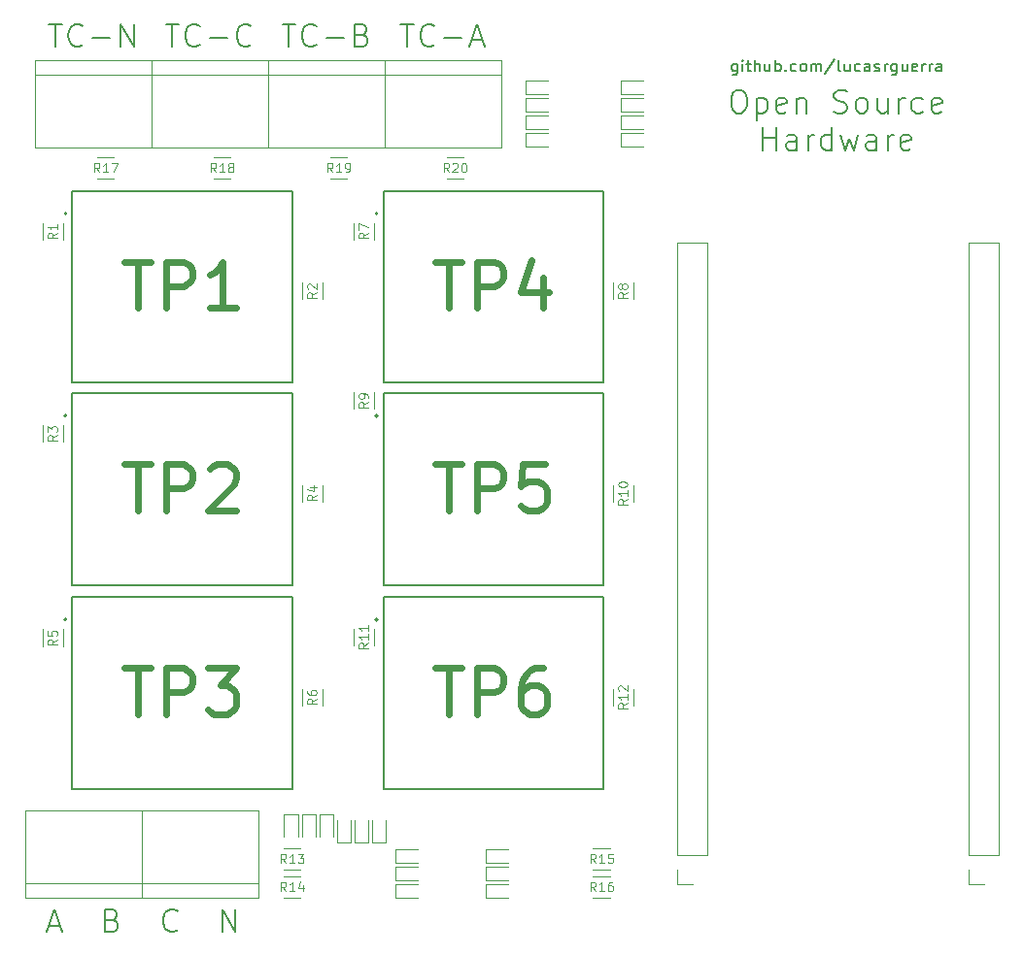
<source format=gbr>
%TF.GenerationSoftware,KiCad,Pcbnew,7.0.10*%
%TF.CreationDate,2024-03-07T00:47:07-03:00*%
%TF.ProjectId,board,626f6172-642e-46b6-9963-61645f706362,rev?*%
%TF.SameCoordinates,Original*%
%TF.FileFunction,Legend,Top*%
%TF.FilePolarity,Positive*%
%FSLAX46Y46*%
G04 Gerber Fmt 4.6, Leading zero omitted, Abs format (unit mm)*
G04 Created by KiCad (PCBNEW 7.0.10) date 2024-03-07 00:47:07*
%MOMM*%
%LPD*%
G01*
G04 APERTURE LIST*
%ADD10C,0.200000*%
%ADD11C,0.600000*%
%ADD12C,0.120000*%
%ADD13C,0.127000*%
G04 APERTURE END LIST*
D10*
X116761713Y-56119838D02*
X117142666Y-56119838D01*
X117142666Y-56119838D02*
X117333142Y-56215076D01*
X117333142Y-56215076D02*
X117523618Y-56405552D01*
X117523618Y-56405552D02*
X117618856Y-56786504D01*
X117618856Y-56786504D02*
X117618856Y-57453171D01*
X117618856Y-57453171D02*
X117523618Y-57834123D01*
X117523618Y-57834123D02*
X117333142Y-58024600D01*
X117333142Y-58024600D02*
X117142666Y-58119838D01*
X117142666Y-58119838D02*
X116761713Y-58119838D01*
X116761713Y-58119838D02*
X116571237Y-58024600D01*
X116571237Y-58024600D02*
X116380761Y-57834123D01*
X116380761Y-57834123D02*
X116285523Y-57453171D01*
X116285523Y-57453171D02*
X116285523Y-56786504D01*
X116285523Y-56786504D02*
X116380761Y-56405552D01*
X116380761Y-56405552D02*
X116571237Y-56215076D01*
X116571237Y-56215076D02*
X116761713Y-56119838D01*
X118475999Y-56786504D02*
X118475999Y-58786504D01*
X118475999Y-56881742D02*
X118666475Y-56786504D01*
X118666475Y-56786504D02*
X119047428Y-56786504D01*
X119047428Y-56786504D02*
X119237904Y-56881742D01*
X119237904Y-56881742D02*
X119333142Y-56976980D01*
X119333142Y-56976980D02*
X119428380Y-57167457D01*
X119428380Y-57167457D02*
X119428380Y-57738885D01*
X119428380Y-57738885D02*
X119333142Y-57929361D01*
X119333142Y-57929361D02*
X119237904Y-58024600D01*
X119237904Y-58024600D02*
X119047428Y-58119838D01*
X119047428Y-58119838D02*
X118666475Y-58119838D01*
X118666475Y-58119838D02*
X118475999Y-58024600D01*
X121047428Y-58024600D02*
X120856952Y-58119838D01*
X120856952Y-58119838D02*
X120475999Y-58119838D01*
X120475999Y-58119838D02*
X120285523Y-58024600D01*
X120285523Y-58024600D02*
X120190285Y-57834123D01*
X120190285Y-57834123D02*
X120190285Y-57072219D01*
X120190285Y-57072219D02*
X120285523Y-56881742D01*
X120285523Y-56881742D02*
X120475999Y-56786504D01*
X120475999Y-56786504D02*
X120856952Y-56786504D01*
X120856952Y-56786504D02*
X121047428Y-56881742D01*
X121047428Y-56881742D02*
X121142666Y-57072219D01*
X121142666Y-57072219D02*
X121142666Y-57262695D01*
X121142666Y-57262695D02*
X120190285Y-57453171D01*
X121999809Y-56786504D02*
X121999809Y-58119838D01*
X121999809Y-56976980D02*
X122095047Y-56881742D01*
X122095047Y-56881742D02*
X122285523Y-56786504D01*
X122285523Y-56786504D02*
X122571238Y-56786504D01*
X122571238Y-56786504D02*
X122761714Y-56881742D01*
X122761714Y-56881742D02*
X122856952Y-57072219D01*
X122856952Y-57072219D02*
X122856952Y-58119838D01*
X125237905Y-58024600D02*
X125523619Y-58119838D01*
X125523619Y-58119838D02*
X125999810Y-58119838D01*
X125999810Y-58119838D02*
X126190286Y-58024600D01*
X126190286Y-58024600D02*
X126285524Y-57929361D01*
X126285524Y-57929361D02*
X126380762Y-57738885D01*
X126380762Y-57738885D02*
X126380762Y-57548409D01*
X126380762Y-57548409D02*
X126285524Y-57357933D01*
X126285524Y-57357933D02*
X126190286Y-57262695D01*
X126190286Y-57262695D02*
X125999810Y-57167457D01*
X125999810Y-57167457D02*
X125618857Y-57072219D01*
X125618857Y-57072219D02*
X125428381Y-56976980D01*
X125428381Y-56976980D02*
X125333143Y-56881742D01*
X125333143Y-56881742D02*
X125237905Y-56691266D01*
X125237905Y-56691266D02*
X125237905Y-56500790D01*
X125237905Y-56500790D02*
X125333143Y-56310314D01*
X125333143Y-56310314D02*
X125428381Y-56215076D01*
X125428381Y-56215076D02*
X125618857Y-56119838D01*
X125618857Y-56119838D02*
X126095048Y-56119838D01*
X126095048Y-56119838D02*
X126380762Y-56215076D01*
X127523619Y-58119838D02*
X127333143Y-58024600D01*
X127333143Y-58024600D02*
X127237905Y-57929361D01*
X127237905Y-57929361D02*
X127142667Y-57738885D01*
X127142667Y-57738885D02*
X127142667Y-57167457D01*
X127142667Y-57167457D02*
X127237905Y-56976980D01*
X127237905Y-56976980D02*
X127333143Y-56881742D01*
X127333143Y-56881742D02*
X127523619Y-56786504D01*
X127523619Y-56786504D02*
X127809334Y-56786504D01*
X127809334Y-56786504D02*
X127999810Y-56881742D01*
X127999810Y-56881742D02*
X128095048Y-56976980D01*
X128095048Y-56976980D02*
X128190286Y-57167457D01*
X128190286Y-57167457D02*
X128190286Y-57738885D01*
X128190286Y-57738885D02*
X128095048Y-57929361D01*
X128095048Y-57929361D02*
X127999810Y-58024600D01*
X127999810Y-58024600D02*
X127809334Y-58119838D01*
X127809334Y-58119838D02*
X127523619Y-58119838D01*
X129904572Y-56786504D02*
X129904572Y-58119838D01*
X129047429Y-56786504D02*
X129047429Y-57834123D01*
X129047429Y-57834123D02*
X129142667Y-58024600D01*
X129142667Y-58024600D02*
X129333143Y-58119838D01*
X129333143Y-58119838D02*
X129618858Y-58119838D01*
X129618858Y-58119838D02*
X129809334Y-58024600D01*
X129809334Y-58024600D02*
X129904572Y-57929361D01*
X130856953Y-58119838D02*
X130856953Y-56786504D01*
X130856953Y-57167457D02*
X130952191Y-56976980D01*
X130952191Y-56976980D02*
X131047429Y-56881742D01*
X131047429Y-56881742D02*
X131237905Y-56786504D01*
X131237905Y-56786504D02*
X131428382Y-56786504D01*
X132952191Y-58024600D02*
X132761715Y-58119838D01*
X132761715Y-58119838D02*
X132380762Y-58119838D01*
X132380762Y-58119838D02*
X132190286Y-58024600D01*
X132190286Y-58024600D02*
X132095048Y-57929361D01*
X132095048Y-57929361D02*
X131999810Y-57738885D01*
X131999810Y-57738885D02*
X131999810Y-57167457D01*
X131999810Y-57167457D02*
X132095048Y-56976980D01*
X132095048Y-56976980D02*
X132190286Y-56881742D01*
X132190286Y-56881742D02*
X132380762Y-56786504D01*
X132380762Y-56786504D02*
X132761715Y-56786504D01*
X132761715Y-56786504D02*
X132952191Y-56881742D01*
X134571239Y-58024600D02*
X134380763Y-58119838D01*
X134380763Y-58119838D02*
X133999810Y-58119838D01*
X133999810Y-58119838D02*
X133809334Y-58024600D01*
X133809334Y-58024600D02*
X133714096Y-57834123D01*
X133714096Y-57834123D02*
X133714096Y-57072219D01*
X133714096Y-57072219D02*
X133809334Y-56881742D01*
X133809334Y-56881742D02*
X133999810Y-56786504D01*
X133999810Y-56786504D02*
X134380763Y-56786504D01*
X134380763Y-56786504D02*
X134571239Y-56881742D01*
X134571239Y-56881742D02*
X134666477Y-57072219D01*
X134666477Y-57072219D02*
X134666477Y-57262695D01*
X134666477Y-57262695D02*
X133714096Y-57453171D01*
X119047428Y-61339838D02*
X119047428Y-59339838D01*
X119047428Y-60292219D02*
X120190285Y-60292219D01*
X120190285Y-61339838D02*
X120190285Y-59339838D01*
X121999809Y-61339838D02*
X121999809Y-60292219D01*
X121999809Y-60292219D02*
X121904571Y-60101742D01*
X121904571Y-60101742D02*
X121714095Y-60006504D01*
X121714095Y-60006504D02*
X121333142Y-60006504D01*
X121333142Y-60006504D02*
X121142666Y-60101742D01*
X121999809Y-61244600D02*
X121809333Y-61339838D01*
X121809333Y-61339838D02*
X121333142Y-61339838D01*
X121333142Y-61339838D02*
X121142666Y-61244600D01*
X121142666Y-61244600D02*
X121047428Y-61054123D01*
X121047428Y-61054123D02*
X121047428Y-60863647D01*
X121047428Y-60863647D02*
X121142666Y-60673171D01*
X121142666Y-60673171D02*
X121333142Y-60577933D01*
X121333142Y-60577933D02*
X121809333Y-60577933D01*
X121809333Y-60577933D02*
X121999809Y-60482695D01*
X122952190Y-61339838D02*
X122952190Y-60006504D01*
X122952190Y-60387457D02*
X123047428Y-60196980D01*
X123047428Y-60196980D02*
X123142666Y-60101742D01*
X123142666Y-60101742D02*
X123333142Y-60006504D01*
X123333142Y-60006504D02*
X123523619Y-60006504D01*
X125047428Y-61339838D02*
X125047428Y-59339838D01*
X125047428Y-61244600D02*
X124856952Y-61339838D01*
X124856952Y-61339838D02*
X124475999Y-61339838D01*
X124475999Y-61339838D02*
X124285523Y-61244600D01*
X124285523Y-61244600D02*
X124190285Y-61149361D01*
X124190285Y-61149361D02*
X124095047Y-60958885D01*
X124095047Y-60958885D02*
X124095047Y-60387457D01*
X124095047Y-60387457D02*
X124190285Y-60196980D01*
X124190285Y-60196980D02*
X124285523Y-60101742D01*
X124285523Y-60101742D02*
X124475999Y-60006504D01*
X124475999Y-60006504D02*
X124856952Y-60006504D01*
X124856952Y-60006504D02*
X125047428Y-60101742D01*
X125809333Y-60006504D02*
X126190285Y-61339838D01*
X126190285Y-61339838D02*
X126571238Y-60387457D01*
X126571238Y-60387457D02*
X126952190Y-61339838D01*
X126952190Y-61339838D02*
X127333142Y-60006504D01*
X128952190Y-61339838D02*
X128952190Y-60292219D01*
X128952190Y-60292219D02*
X128856952Y-60101742D01*
X128856952Y-60101742D02*
X128666476Y-60006504D01*
X128666476Y-60006504D02*
X128285523Y-60006504D01*
X128285523Y-60006504D02*
X128095047Y-60101742D01*
X128952190Y-61244600D02*
X128761714Y-61339838D01*
X128761714Y-61339838D02*
X128285523Y-61339838D01*
X128285523Y-61339838D02*
X128095047Y-61244600D01*
X128095047Y-61244600D02*
X127999809Y-61054123D01*
X127999809Y-61054123D02*
X127999809Y-60863647D01*
X127999809Y-60863647D02*
X128095047Y-60673171D01*
X128095047Y-60673171D02*
X128285523Y-60577933D01*
X128285523Y-60577933D02*
X128761714Y-60577933D01*
X128761714Y-60577933D02*
X128952190Y-60482695D01*
X129904571Y-61339838D02*
X129904571Y-60006504D01*
X129904571Y-60387457D02*
X129999809Y-60196980D01*
X129999809Y-60196980D02*
X130095047Y-60101742D01*
X130095047Y-60101742D02*
X130285523Y-60006504D01*
X130285523Y-60006504D02*
X130476000Y-60006504D01*
X131904571Y-61244600D02*
X131714095Y-61339838D01*
X131714095Y-61339838D02*
X131333142Y-61339838D01*
X131333142Y-61339838D02*
X131142666Y-61244600D01*
X131142666Y-61244600D02*
X131047428Y-61054123D01*
X131047428Y-61054123D02*
X131047428Y-60292219D01*
X131047428Y-60292219D02*
X131142666Y-60101742D01*
X131142666Y-60101742D02*
X131333142Y-60006504D01*
X131333142Y-60006504D02*
X131714095Y-60006504D01*
X131714095Y-60006504D02*
X131904571Y-60101742D01*
X131904571Y-60101742D02*
X131999809Y-60292219D01*
X131999809Y-60292219D02*
X131999809Y-60482695D01*
X131999809Y-60482695D02*
X131047428Y-60673171D01*
X116785522Y-53810552D02*
X116785522Y-54620076D01*
X116785522Y-54620076D02*
X116737903Y-54715314D01*
X116737903Y-54715314D02*
X116690284Y-54762933D01*
X116690284Y-54762933D02*
X116595046Y-54810552D01*
X116595046Y-54810552D02*
X116452189Y-54810552D01*
X116452189Y-54810552D02*
X116356951Y-54762933D01*
X116785522Y-54429600D02*
X116690284Y-54477219D01*
X116690284Y-54477219D02*
X116499808Y-54477219D01*
X116499808Y-54477219D02*
X116404570Y-54429600D01*
X116404570Y-54429600D02*
X116356951Y-54381980D01*
X116356951Y-54381980D02*
X116309332Y-54286742D01*
X116309332Y-54286742D02*
X116309332Y-54001028D01*
X116309332Y-54001028D02*
X116356951Y-53905790D01*
X116356951Y-53905790D02*
X116404570Y-53858171D01*
X116404570Y-53858171D02*
X116499808Y-53810552D01*
X116499808Y-53810552D02*
X116690284Y-53810552D01*
X116690284Y-53810552D02*
X116785522Y-53858171D01*
X117261713Y-54477219D02*
X117261713Y-53810552D01*
X117261713Y-53477219D02*
X117214094Y-53524838D01*
X117214094Y-53524838D02*
X117261713Y-53572457D01*
X117261713Y-53572457D02*
X117309332Y-53524838D01*
X117309332Y-53524838D02*
X117261713Y-53477219D01*
X117261713Y-53477219D02*
X117261713Y-53572457D01*
X117595046Y-53810552D02*
X117975998Y-53810552D01*
X117737903Y-53477219D02*
X117737903Y-54334361D01*
X117737903Y-54334361D02*
X117785522Y-54429600D01*
X117785522Y-54429600D02*
X117880760Y-54477219D01*
X117880760Y-54477219D02*
X117975998Y-54477219D01*
X118309332Y-54477219D02*
X118309332Y-53477219D01*
X118737903Y-54477219D02*
X118737903Y-53953409D01*
X118737903Y-53953409D02*
X118690284Y-53858171D01*
X118690284Y-53858171D02*
X118595046Y-53810552D01*
X118595046Y-53810552D02*
X118452189Y-53810552D01*
X118452189Y-53810552D02*
X118356951Y-53858171D01*
X118356951Y-53858171D02*
X118309332Y-53905790D01*
X119642665Y-53810552D02*
X119642665Y-54477219D01*
X119214094Y-53810552D02*
X119214094Y-54334361D01*
X119214094Y-54334361D02*
X119261713Y-54429600D01*
X119261713Y-54429600D02*
X119356951Y-54477219D01*
X119356951Y-54477219D02*
X119499808Y-54477219D01*
X119499808Y-54477219D02*
X119595046Y-54429600D01*
X119595046Y-54429600D02*
X119642665Y-54381980D01*
X120118856Y-54477219D02*
X120118856Y-53477219D01*
X120118856Y-53858171D02*
X120214094Y-53810552D01*
X120214094Y-53810552D02*
X120404570Y-53810552D01*
X120404570Y-53810552D02*
X120499808Y-53858171D01*
X120499808Y-53858171D02*
X120547427Y-53905790D01*
X120547427Y-53905790D02*
X120595046Y-54001028D01*
X120595046Y-54001028D02*
X120595046Y-54286742D01*
X120595046Y-54286742D02*
X120547427Y-54381980D01*
X120547427Y-54381980D02*
X120499808Y-54429600D01*
X120499808Y-54429600D02*
X120404570Y-54477219D01*
X120404570Y-54477219D02*
X120214094Y-54477219D01*
X120214094Y-54477219D02*
X120118856Y-54429600D01*
X121023618Y-54381980D02*
X121071237Y-54429600D01*
X121071237Y-54429600D02*
X121023618Y-54477219D01*
X121023618Y-54477219D02*
X120975999Y-54429600D01*
X120975999Y-54429600D02*
X121023618Y-54381980D01*
X121023618Y-54381980D02*
X121023618Y-54477219D01*
X121928379Y-54429600D02*
X121833141Y-54477219D01*
X121833141Y-54477219D02*
X121642665Y-54477219D01*
X121642665Y-54477219D02*
X121547427Y-54429600D01*
X121547427Y-54429600D02*
X121499808Y-54381980D01*
X121499808Y-54381980D02*
X121452189Y-54286742D01*
X121452189Y-54286742D02*
X121452189Y-54001028D01*
X121452189Y-54001028D02*
X121499808Y-53905790D01*
X121499808Y-53905790D02*
X121547427Y-53858171D01*
X121547427Y-53858171D02*
X121642665Y-53810552D01*
X121642665Y-53810552D02*
X121833141Y-53810552D01*
X121833141Y-53810552D02*
X121928379Y-53858171D01*
X122499808Y-54477219D02*
X122404570Y-54429600D01*
X122404570Y-54429600D02*
X122356951Y-54381980D01*
X122356951Y-54381980D02*
X122309332Y-54286742D01*
X122309332Y-54286742D02*
X122309332Y-54001028D01*
X122309332Y-54001028D02*
X122356951Y-53905790D01*
X122356951Y-53905790D02*
X122404570Y-53858171D01*
X122404570Y-53858171D02*
X122499808Y-53810552D01*
X122499808Y-53810552D02*
X122642665Y-53810552D01*
X122642665Y-53810552D02*
X122737903Y-53858171D01*
X122737903Y-53858171D02*
X122785522Y-53905790D01*
X122785522Y-53905790D02*
X122833141Y-54001028D01*
X122833141Y-54001028D02*
X122833141Y-54286742D01*
X122833141Y-54286742D02*
X122785522Y-54381980D01*
X122785522Y-54381980D02*
X122737903Y-54429600D01*
X122737903Y-54429600D02*
X122642665Y-54477219D01*
X122642665Y-54477219D02*
X122499808Y-54477219D01*
X123261713Y-54477219D02*
X123261713Y-53810552D01*
X123261713Y-53905790D02*
X123309332Y-53858171D01*
X123309332Y-53858171D02*
X123404570Y-53810552D01*
X123404570Y-53810552D02*
X123547427Y-53810552D01*
X123547427Y-53810552D02*
X123642665Y-53858171D01*
X123642665Y-53858171D02*
X123690284Y-53953409D01*
X123690284Y-53953409D02*
X123690284Y-54477219D01*
X123690284Y-53953409D02*
X123737903Y-53858171D01*
X123737903Y-53858171D02*
X123833141Y-53810552D01*
X123833141Y-53810552D02*
X123975998Y-53810552D01*
X123975998Y-53810552D02*
X124071237Y-53858171D01*
X124071237Y-53858171D02*
X124118856Y-53953409D01*
X124118856Y-53953409D02*
X124118856Y-54477219D01*
X125309331Y-53429600D02*
X124452189Y-54715314D01*
X125785522Y-54477219D02*
X125690284Y-54429600D01*
X125690284Y-54429600D02*
X125642665Y-54334361D01*
X125642665Y-54334361D02*
X125642665Y-53477219D01*
X126595046Y-53810552D02*
X126595046Y-54477219D01*
X126166475Y-53810552D02*
X126166475Y-54334361D01*
X126166475Y-54334361D02*
X126214094Y-54429600D01*
X126214094Y-54429600D02*
X126309332Y-54477219D01*
X126309332Y-54477219D02*
X126452189Y-54477219D01*
X126452189Y-54477219D02*
X126547427Y-54429600D01*
X126547427Y-54429600D02*
X126595046Y-54381980D01*
X127499808Y-54429600D02*
X127404570Y-54477219D01*
X127404570Y-54477219D02*
X127214094Y-54477219D01*
X127214094Y-54477219D02*
X127118856Y-54429600D01*
X127118856Y-54429600D02*
X127071237Y-54381980D01*
X127071237Y-54381980D02*
X127023618Y-54286742D01*
X127023618Y-54286742D02*
X127023618Y-54001028D01*
X127023618Y-54001028D02*
X127071237Y-53905790D01*
X127071237Y-53905790D02*
X127118856Y-53858171D01*
X127118856Y-53858171D02*
X127214094Y-53810552D01*
X127214094Y-53810552D02*
X127404570Y-53810552D01*
X127404570Y-53810552D02*
X127499808Y-53858171D01*
X128356951Y-54477219D02*
X128356951Y-53953409D01*
X128356951Y-53953409D02*
X128309332Y-53858171D01*
X128309332Y-53858171D02*
X128214094Y-53810552D01*
X128214094Y-53810552D02*
X128023618Y-53810552D01*
X128023618Y-53810552D02*
X127928380Y-53858171D01*
X128356951Y-54429600D02*
X128261713Y-54477219D01*
X128261713Y-54477219D02*
X128023618Y-54477219D01*
X128023618Y-54477219D02*
X127928380Y-54429600D01*
X127928380Y-54429600D02*
X127880761Y-54334361D01*
X127880761Y-54334361D02*
X127880761Y-54239123D01*
X127880761Y-54239123D02*
X127928380Y-54143885D01*
X127928380Y-54143885D02*
X128023618Y-54096266D01*
X128023618Y-54096266D02*
X128261713Y-54096266D01*
X128261713Y-54096266D02*
X128356951Y-54048647D01*
X128785523Y-54429600D02*
X128880761Y-54477219D01*
X128880761Y-54477219D02*
X129071237Y-54477219D01*
X129071237Y-54477219D02*
X129166475Y-54429600D01*
X129166475Y-54429600D02*
X129214094Y-54334361D01*
X129214094Y-54334361D02*
X129214094Y-54286742D01*
X129214094Y-54286742D02*
X129166475Y-54191504D01*
X129166475Y-54191504D02*
X129071237Y-54143885D01*
X129071237Y-54143885D02*
X128928380Y-54143885D01*
X128928380Y-54143885D02*
X128833142Y-54096266D01*
X128833142Y-54096266D02*
X128785523Y-54001028D01*
X128785523Y-54001028D02*
X128785523Y-53953409D01*
X128785523Y-53953409D02*
X128833142Y-53858171D01*
X128833142Y-53858171D02*
X128928380Y-53810552D01*
X128928380Y-53810552D02*
X129071237Y-53810552D01*
X129071237Y-53810552D02*
X129166475Y-53858171D01*
X129642666Y-54477219D02*
X129642666Y-53810552D01*
X129642666Y-54001028D02*
X129690285Y-53905790D01*
X129690285Y-53905790D02*
X129737904Y-53858171D01*
X129737904Y-53858171D02*
X129833142Y-53810552D01*
X129833142Y-53810552D02*
X129928380Y-53810552D01*
X130690285Y-53810552D02*
X130690285Y-54620076D01*
X130690285Y-54620076D02*
X130642666Y-54715314D01*
X130642666Y-54715314D02*
X130595047Y-54762933D01*
X130595047Y-54762933D02*
X130499809Y-54810552D01*
X130499809Y-54810552D02*
X130356952Y-54810552D01*
X130356952Y-54810552D02*
X130261714Y-54762933D01*
X130690285Y-54429600D02*
X130595047Y-54477219D01*
X130595047Y-54477219D02*
X130404571Y-54477219D01*
X130404571Y-54477219D02*
X130309333Y-54429600D01*
X130309333Y-54429600D02*
X130261714Y-54381980D01*
X130261714Y-54381980D02*
X130214095Y-54286742D01*
X130214095Y-54286742D02*
X130214095Y-54001028D01*
X130214095Y-54001028D02*
X130261714Y-53905790D01*
X130261714Y-53905790D02*
X130309333Y-53858171D01*
X130309333Y-53858171D02*
X130404571Y-53810552D01*
X130404571Y-53810552D02*
X130595047Y-53810552D01*
X130595047Y-53810552D02*
X130690285Y-53858171D01*
X131595047Y-53810552D02*
X131595047Y-54477219D01*
X131166476Y-53810552D02*
X131166476Y-54334361D01*
X131166476Y-54334361D02*
X131214095Y-54429600D01*
X131214095Y-54429600D02*
X131309333Y-54477219D01*
X131309333Y-54477219D02*
X131452190Y-54477219D01*
X131452190Y-54477219D02*
X131547428Y-54429600D01*
X131547428Y-54429600D02*
X131595047Y-54381980D01*
X132452190Y-54429600D02*
X132356952Y-54477219D01*
X132356952Y-54477219D02*
X132166476Y-54477219D01*
X132166476Y-54477219D02*
X132071238Y-54429600D01*
X132071238Y-54429600D02*
X132023619Y-54334361D01*
X132023619Y-54334361D02*
X132023619Y-53953409D01*
X132023619Y-53953409D02*
X132071238Y-53858171D01*
X132071238Y-53858171D02*
X132166476Y-53810552D01*
X132166476Y-53810552D02*
X132356952Y-53810552D01*
X132356952Y-53810552D02*
X132452190Y-53858171D01*
X132452190Y-53858171D02*
X132499809Y-53953409D01*
X132499809Y-53953409D02*
X132499809Y-54048647D01*
X132499809Y-54048647D02*
X132023619Y-54143885D01*
X132928381Y-54477219D02*
X132928381Y-53810552D01*
X132928381Y-54001028D02*
X132976000Y-53905790D01*
X132976000Y-53905790D02*
X133023619Y-53858171D01*
X133023619Y-53858171D02*
X133118857Y-53810552D01*
X133118857Y-53810552D02*
X133214095Y-53810552D01*
X133547429Y-54477219D02*
X133547429Y-53810552D01*
X133547429Y-54001028D02*
X133595048Y-53905790D01*
X133595048Y-53905790D02*
X133642667Y-53858171D01*
X133642667Y-53858171D02*
X133737905Y-53810552D01*
X133737905Y-53810552D02*
X133833143Y-53810552D01*
X134595048Y-54477219D02*
X134595048Y-53953409D01*
X134595048Y-53953409D02*
X134547429Y-53858171D01*
X134547429Y-53858171D02*
X134452191Y-53810552D01*
X134452191Y-53810552D02*
X134261715Y-53810552D01*
X134261715Y-53810552D02*
X134166477Y-53858171D01*
X134595048Y-54429600D02*
X134499810Y-54477219D01*
X134499810Y-54477219D02*
X134261715Y-54477219D01*
X134261715Y-54477219D02*
X134166477Y-54429600D01*
X134166477Y-54429600D02*
X134118858Y-54334361D01*
X134118858Y-54334361D02*
X134118858Y-54239123D01*
X134118858Y-54239123D02*
X134166477Y-54143885D01*
X134166477Y-54143885D02*
X134261715Y-54096266D01*
X134261715Y-54096266D02*
X134499810Y-54096266D01*
X134499810Y-54096266D02*
X134595048Y-54048647D01*
X56798057Y-50337138D02*
X57940914Y-50337138D01*
X57369485Y-52337138D02*
X57369485Y-50337138D01*
X59750438Y-52146661D02*
X59655200Y-52241900D01*
X59655200Y-52241900D02*
X59369486Y-52337138D01*
X59369486Y-52337138D02*
X59179010Y-52337138D01*
X59179010Y-52337138D02*
X58893295Y-52241900D01*
X58893295Y-52241900D02*
X58702819Y-52051423D01*
X58702819Y-52051423D02*
X58607581Y-51860947D01*
X58607581Y-51860947D02*
X58512343Y-51479995D01*
X58512343Y-51479995D02*
X58512343Y-51194280D01*
X58512343Y-51194280D02*
X58607581Y-50813328D01*
X58607581Y-50813328D02*
X58702819Y-50622852D01*
X58702819Y-50622852D02*
X58893295Y-50432376D01*
X58893295Y-50432376D02*
X59179010Y-50337138D01*
X59179010Y-50337138D02*
X59369486Y-50337138D01*
X59369486Y-50337138D02*
X59655200Y-50432376D01*
X59655200Y-50432376D02*
X59750438Y-50527614D01*
X60607581Y-51575233D02*
X62131391Y-51575233D01*
X63083771Y-52337138D02*
X63083771Y-50337138D01*
X63083771Y-50337138D02*
X64226628Y-52337138D01*
X64226628Y-52337138D02*
X64226628Y-50337138D01*
D11*
X63405381Y-71098276D02*
X65691095Y-71098276D01*
X64548238Y-75098276D02*
X64548238Y-71098276D01*
X67024428Y-75098276D02*
X67024428Y-71098276D01*
X67024428Y-71098276D02*
X68548238Y-71098276D01*
X68548238Y-71098276D02*
X68929190Y-71288752D01*
X68929190Y-71288752D02*
X69119667Y-71479228D01*
X69119667Y-71479228D02*
X69310143Y-71860180D01*
X69310143Y-71860180D02*
X69310143Y-72431609D01*
X69310143Y-72431609D02*
X69119667Y-72812561D01*
X69119667Y-72812561D02*
X68929190Y-73003038D01*
X68929190Y-73003038D02*
X68548238Y-73193514D01*
X68548238Y-73193514D02*
X67024428Y-73193514D01*
X73119667Y-75098276D02*
X70833952Y-75098276D01*
X71976809Y-75098276D02*
X71976809Y-71098276D01*
X71976809Y-71098276D02*
X71595857Y-71669704D01*
X71595857Y-71669704D02*
X71214905Y-72050657D01*
X71214905Y-72050657D02*
X70833952Y-72241133D01*
D12*
X91687714Y-63279655D02*
X91421047Y-62898702D01*
X91230571Y-63279655D02*
X91230571Y-62479655D01*
X91230571Y-62479655D02*
X91535333Y-62479655D01*
X91535333Y-62479655D02*
X91611523Y-62517750D01*
X91611523Y-62517750D02*
X91649618Y-62555845D01*
X91649618Y-62555845D02*
X91687714Y-62632036D01*
X91687714Y-62632036D02*
X91687714Y-62746321D01*
X91687714Y-62746321D02*
X91649618Y-62822512D01*
X91649618Y-62822512D02*
X91611523Y-62860607D01*
X91611523Y-62860607D02*
X91535333Y-62898702D01*
X91535333Y-62898702D02*
X91230571Y-62898702D01*
X91992475Y-62555845D02*
X92030571Y-62517750D01*
X92030571Y-62517750D02*
X92106761Y-62479655D01*
X92106761Y-62479655D02*
X92297237Y-62479655D01*
X92297237Y-62479655D02*
X92373428Y-62517750D01*
X92373428Y-62517750D02*
X92411523Y-62555845D01*
X92411523Y-62555845D02*
X92449618Y-62632036D01*
X92449618Y-62632036D02*
X92449618Y-62708226D01*
X92449618Y-62708226D02*
X92411523Y-62822512D01*
X92411523Y-62822512D02*
X91954380Y-63279655D01*
X91954380Y-63279655D02*
X92449618Y-63279655D01*
X92944857Y-62479655D02*
X93021047Y-62479655D01*
X93021047Y-62479655D02*
X93097238Y-62517750D01*
X93097238Y-62517750D02*
X93135333Y-62555845D01*
X93135333Y-62555845D02*
X93173428Y-62632036D01*
X93173428Y-62632036D02*
X93211523Y-62784417D01*
X93211523Y-62784417D02*
X93211523Y-62974893D01*
X93211523Y-62974893D02*
X93173428Y-63127274D01*
X93173428Y-63127274D02*
X93135333Y-63203464D01*
X93135333Y-63203464D02*
X93097238Y-63241560D01*
X93097238Y-63241560D02*
X93021047Y-63279655D01*
X93021047Y-63279655D02*
X92944857Y-63279655D01*
X92944857Y-63279655D02*
X92868666Y-63241560D01*
X92868666Y-63241560D02*
X92830571Y-63203464D01*
X92830571Y-63203464D02*
X92792476Y-63127274D01*
X92792476Y-63127274D02*
X92754380Y-62974893D01*
X92754380Y-62974893D02*
X92754380Y-62784417D01*
X92754380Y-62784417D02*
X92792476Y-62632036D01*
X92792476Y-62632036D02*
X92830571Y-62555845D01*
X92830571Y-62555845D02*
X92868666Y-62517750D01*
X92868666Y-62517750D02*
X92944857Y-62479655D01*
D10*
X77165676Y-50337138D02*
X78308533Y-50337138D01*
X77737104Y-52337138D02*
X77737104Y-50337138D01*
X80118057Y-52146661D02*
X80022819Y-52241900D01*
X80022819Y-52241900D02*
X79737105Y-52337138D01*
X79737105Y-52337138D02*
X79546629Y-52337138D01*
X79546629Y-52337138D02*
X79260914Y-52241900D01*
X79260914Y-52241900D02*
X79070438Y-52051423D01*
X79070438Y-52051423D02*
X78975200Y-51860947D01*
X78975200Y-51860947D02*
X78879962Y-51479995D01*
X78879962Y-51479995D02*
X78879962Y-51194280D01*
X78879962Y-51194280D02*
X78975200Y-50813328D01*
X78975200Y-50813328D02*
X79070438Y-50622852D01*
X79070438Y-50622852D02*
X79260914Y-50432376D01*
X79260914Y-50432376D02*
X79546629Y-50337138D01*
X79546629Y-50337138D02*
X79737105Y-50337138D01*
X79737105Y-50337138D02*
X80022819Y-50432376D01*
X80022819Y-50432376D02*
X80118057Y-50527614D01*
X80975200Y-51575233D02*
X82499010Y-51575233D01*
X84118057Y-51289519D02*
X84403771Y-51384757D01*
X84403771Y-51384757D02*
X84499009Y-51479995D01*
X84499009Y-51479995D02*
X84594247Y-51670471D01*
X84594247Y-51670471D02*
X84594247Y-51956185D01*
X84594247Y-51956185D02*
X84499009Y-52146661D01*
X84499009Y-52146661D02*
X84403771Y-52241900D01*
X84403771Y-52241900D02*
X84213295Y-52337138D01*
X84213295Y-52337138D02*
X83451390Y-52337138D01*
X83451390Y-52337138D02*
X83451390Y-50337138D01*
X83451390Y-50337138D02*
X84118057Y-50337138D01*
X84118057Y-50337138D02*
X84308533Y-50432376D01*
X84308533Y-50432376D02*
X84403771Y-50527614D01*
X84403771Y-50527614D02*
X84499009Y-50718090D01*
X84499009Y-50718090D02*
X84499009Y-50908566D01*
X84499009Y-50908566D02*
X84403771Y-51099042D01*
X84403771Y-51099042D02*
X84308533Y-51194280D01*
X84308533Y-51194280D02*
X84118057Y-51289519D01*
X84118057Y-51289519D02*
X83451390Y-51289519D01*
D11*
X90510581Y-106531276D02*
X92796295Y-106531276D01*
X91653438Y-110531276D02*
X91653438Y-106531276D01*
X94129628Y-110531276D02*
X94129628Y-106531276D01*
X94129628Y-106531276D02*
X95653438Y-106531276D01*
X95653438Y-106531276D02*
X96034390Y-106721752D01*
X96034390Y-106721752D02*
X96224867Y-106912228D01*
X96224867Y-106912228D02*
X96415343Y-107293180D01*
X96415343Y-107293180D02*
X96415343Y-107864609D01*
X96415343Y-107864609D02*
X96224867Y-108245561D01*
X96224867Y-108245561D02*
X96034390Y-108436038D01*
X96034390Y-108436038D02*
X95653438Y-108626514D01*
X95653438Y-108626514D02*
X94129628Y-108626514D01*
X99843914Y-106531276D02*
X99082009Y-106531276D01*
X99082009Y-106531276D02*
X98701057Y-106721752D01*
X98701057Y-106721752D02*
X98510581Y-106912228D01*
X98510581Y-106912228D02*
X98129628Y-107483657D01*
X98129628Y-107483657D02*
X97939152Y-108245561D01*
X97939152Y-108245561D02*
X97939152Y-109769371D01*
X97939152Y-109769371D02*
X98129628Y-110150323D01*
X98129628Y-110150323D02*
X98320105Y-110340800D01*
X98320105Y-110340800D02*
X98701057Y-110531276D01*
X98701057Y-110531276D02*
X99462962Y-110531276D01*
X99462962Y-110531276D02*
X99843914Y-110340800D01*
X99843914Y-110340800D02*
X100034390Y-110150323D01*
X100034390Y-110150323D02*
X100224867Y-109769371D01*
X100224867Y-109769371D02*
X100224867Y-108816990D01*
X100224867Y-108816990D02*
X100034390Y-108436038D01*
X100034390Y-108436038D02*
X99843914Y-108245561D01*
X99843914Y-108245561D02*
X99462962Y-108055085D01*
X99462962Y-108055085D02*
X98701057Y-108055085D01*
X98701057Y-108055085D02*
X98320105Y-108245561D01*
X98320105Y-108245561D02*
X98129628Y-108436038D01*
X98129628Y-108436038D02*
X97939152Y-108816990D01*
X90510581Y-88751276D02*
X92796295Y-88751276D01*
X91653438Y-92751276D02*
X91653438Y-88751276D01*
X94129628Y-92751276D02*
X94129628Y-88751276D01*
X94129628Y-88751276D02*
X95653438Y-88751276D01*
X95653438Y-88751276D02*
X96034390Y-88941752D01*
X96034390Y-88941752D02*
X96224867Y-89132228D01*
X96224867Y-89132228D02*
X96415343Y-89513180D01*
X96415343Y-89513180D02*
X96415343Y-90084609D01*
X96415343Y-90084609D02*
X96224867Y-90465561D01*
X96224867Y-90465561D02*
X96034390Y-90656038D01*
X96034390Y-90656038D02*
X95653438Y-90846514D01*
X95653438Y-90846514D02*
X94129628Y-90846514D01*
X100034390Y-88751276D02*
X98129628Y-88751276D01*
X98129628Y-88751276D02*
X97939152Y-90656038D01*
X97939152Y-90656038D02*
X98129628Y-90465561D01*
X98129628Y-90465561D02*
X98510581Y-90275085D01*
X98510581Y-90275085D02*
X99462962Y-90275085D01*
X99462962Y-90275085D02*
X99843914Y-90465561D01*
X99843914Y-90465561D02*
X100034390Y-90656038D01*
X100034390Y-90656038D02*
X100224867Y-91036990D01*
X100224867Y-91036990D02*
X100224867Y-91989371D01*
X100224867Y-91989371D02*
X100034390Y-92370323D01*
X100034390Y-92370323D02*
X99843914Y-92560800D01*
X99843914Y-92560800D02*
X99462962Y-92751276D01*
X99462962Y-92751276D02*
X98510581Y-92751276D01*
X98510581Y-92751276D02*
X98129628Y-92560800D01*
X98129628Y-92560800D02*
X97939152Y-92370323D01*
D12*
X80129155Y-91420932D02*
X79748202Y-91687599D01*
X80129155Y-91878075D02*
X79329155Y-91878075D01*
X79329155Y-91878075D02*
X79329155Y-91573313D01*
X79329155Y-91573313D02*
X79367250Y-91497123D01*
X79367250Y-91497123D02*
X79405345Y-91459028D01*
X79405345Y-91459028D02*
X79481536Y-91420932D01*
X79481536Y-91420932D02*
X79595821Y-91420932D01*
X79595821Y-91420932D02*
X79672012Y-91459028D01*
X79672012Y-91459028D02*
X79710107Y-91497123D01*
X79710107Y-91497123D02*
X79748202Y-91573313D01*
X79748202Y-91573313D02*
X79748202Y-91878075D01*
X79595821Y-90735218D02*
X80129155Y-90735218D01*
X79291060Y-90925694D02*
X79862488Y-91116171D01*
X79862488Y-91116171D02*
X79862488Y-90620932D01*
X84628355Y-104338785D02*
X84247402Y-104605452D01*
X84628355Y-104795928D02*
X83828355Y-104795928D01*
X83828355Y-104795928D02*
X83828355Y-104491166D01*
X83828355Y-104491166D02*
X83866450Y-104414976D01*
X83866450Y-104414976D02*
X83904545Y-104376881D01*
X83904545Y-104376881D02*
X83980736Y-104338785D01*
X83980736Y-104338785D02*
X84095021Y-104338785D01*
X84095021Y-104338785D02*
X84171212Y-104376881D01*
X84171212Y-104376881D02*
X84209307Y-104414976D01*
X84209307Y-104414976D02*
X84247402Y-104491166D01*
X84247402Y-104491166D02*
X84247402Y-104795928D01*
X84628355Y-103576881D02*
X84628355Y-104034024D01*
X84628355Y-103805452D02*
X83828355Y-103805452D01*
X83828355Y-103805452D02*
X83942640Y-103881643D01*
X83942640Y-103881643D02*
X84018831Y-103957833D01*
X84018831Y-103957833D02*
X84056926Y-104034024D01*
X84628355Y-102814976D02*
X84628355Y-103272119D01*
X84628355Y-103043547D02*
X83828355Y-103043547D01*
X83828355Y-103043547D02*
X83942640Y-103119738D01*
X83942640Y-103119738D02*
X84018831Y-103195928D01*
X84018831Y-103195928D02*
X84056926Y-103272119D01*
X61222414Y-63279655D02*
X60955747Y-62898702D01*
X60765271Y-63279655D02*
X60765271Y-62479655D01*
X60765271Y-62479655D02*
X61070033Y-62479655D01*
X61070033Y-62479655D02*
X61146223Y-62517750D01*
X61146223Y-62517750D02*
X61184318Y-62555845D01*
X61184318Y-62555845D02*
X61222414Y-62632036D01*
X61222414Y-62632036D02*
X61222414Y-62746321D01*
X61222414Y-62746321D02*
X61184318Y-62822512D01*
X61184318Y-62822512D02*
X61146223Y-62860607D01*
X61146223Y-62860607D02*
X61070033Y-62898702D01*
X61070033Y-62898702D02*
X60765271Y-62898702D01*
X61984318Y-63279655D02*
X61527175Y-63279655D01*
X61755747Y-63279655D02*
X61755747Y-62479655D01*
X61755747Y-62479655D02*
X61679556Y-62593940D01*
X61679556Y-62593940D02*
X61603366Y-62670131D01*
X61603366Y-62670131D02*
X61527175Y-62708226D01*
X62250985Y-62479655D02*
X62784319Y-62479655D01*
X62784319Y-62479655D02*
X62441461Y-63279655D01*
X77485714Y-125984055D02*
X77219047Y-125603102D01*
X77028571Y-125984055D02*
X77028571Y-125184055D01*
X77028571Y-125184055D02*
X77333333Y-125184055D01*
X77333333Y-125184055D02*
X77409523Y-125222150D01*
X77409523Y-125222150D02*
X77447618Y-125260245D01*
X77447618Y-125260245D02*
X77485714Y-125336436D01*
X77485714Y-125336436D02*
X77485714Y-125450721D01*
X77485714Y-125450721D02*
X77447618Y-125526912D01*
X77447618Y-125526912D02*
X77409523Y-125565007D01*
X77409523Y-125565007D02*
X77333333Y-125603102D01*
X77333333Y-125603102D02*
X77028571Y-125603102D01*
X78247618Y-125984055D02*
X77790475Y-125984055D01*
X78019047Y-125984055D02*
X78019047Y-125184055D01*
X78019047Y-125184055D02*
X77942856Y-125298340D01*
X77942856Y-125298340D02*
X77866666Y-125374531D01*
X77866666Y-125374531D02*
X77790475Y-125412626D01*
X78933333Y-125450721D02*
X78933333Y-125984055D01*
X78742857Y-125145960D02*
X78552380Y-125717388D01*
X78552380Y-125717388D02*
X79047619Y-125717388D01*
X84628355Y-68560932D02*
X84247402Y-68827599D01*
X84628355Y-69018075D02*
X83828355Y-69018075D01*
X83828355Y-69018075D02*
X83828355Y-68713313D01*
X83828355Y-68713313D02*
X83866450Y-68637123D01*
X83866450Y-68637123D02*
X83904545Y-68599028D01*
X83904545Y-68599028D02*
X83980736Y-68560932D01*
X83980736Y-68560932D02*
X84095021Y-68560932D01*
X84095021Y-68560932D02*
X84171212Y-68599028D01*
X84171212Y-68599028D02*
X84209307Y-68637123D01*
X84209307Y-68637123D02*
X84247402Y-68713313D01*
X84247402Y-68713313D02*
X84247402Y-69018075D01*
X83828355Y-68294266D02*
X83828355Y-67760932D01*
X83828355Y-67760932D02*
X84628355Y-68103790D01*
X81542414Y-63279655D02*
X81275747Y-62898702D01*
X81085271Y-63279655D02*
X81085271Y-62479655D01*
X81085271Y-62479655D02*
X81390033Y-62479655D01*
X81390033Y-62479655D02*
X81466223Y-62517750D01*
X81466223Y-62517750D02*
X81504318Y-62555845D01*
X81504318Y-62555845D02*
X81542414Y-62632036D01*
X81542414Y-62632036D02*
X81542414Y-62746321D01*
X81542414Y-62746321D02*
X81504318Y-62822512D01*
X81504318Y-62822512D02*
X81466223Y-62860607D01*
X81466223Y-62860607D02*
X81390033Y-62898702D01*
X81390033Y-62898702D02*
X81085271Y-62898702D01*
X82304318Y-63279655D02*
X81847175Y-63279655D01*
X82075747Y-63279655D02*
X82075747Y-62479655D01*
X82075747Y-62479655D02*
X81999556Y-62593940D01*
X81999556Y-62593940D02*
X81923366Y-62670131D01*
X81923366Y-62670131D02*
X81847175Y-62708226D01*
X82685271Y-63279655D02*
X82837652Y-63279655D01*
X82837652Y-63279655D02*
X82913842Y-63241560D01*
X82913842Y-63241560D02*
X82951938Y-63203464D01*
X82951938Y-63203464D02*
X83028128Y-63089179D01*
X83028128Y-63089179D02*
X83066223Y-62936798D01*
X83066223Y-62936798D02*
X83066223Y-62632036D01*
X83066223Y-62632036D02*
X83028128Y-62555845D01*
X83028128Y-62555845D02*
X82990033Y-62517750D01*
X82990033Y-62517750D02*
X82913842Y-62479655D01*
X82913842Y-62479655D02*
X82761461Y-62479655D01*
X82761461Y-62479655D02*
X82685271Y-62517750D01*
X82685271Y-62517750D02*
X82647176Y-62555845D01*
X82647176Y-62555845D02*
X82609080Y-62632036D01*
X82609080Y-62632036D02*
X82609080Y-62822512D01*
X82609080Y-62822512D02*
X82647176Y-62898702D01*
X82647176Y-62898702D02*
X82685271Y-62936798D01*
X82685271Y-62936798D02*
X82761461Y-62974893D01*
X82761461Y-62974893D02*
X82913842Y-62974893D01*
X82913842Y-62974893D02*
X82990033Y-62936798D01*
X82990033Y-62936798D02*
X83028128Y-62898702D01*
X83028128Y-62898702D02*
X83066223Y-62822512D01*
X80129155Y-73767932D02*
X79748202Y-74034599D01*
X80129155Y-74225075D02*
X79329155Y-74225075D01*
X79329155Y-74225075D02*
X79329155Y-73920313D01*
X79329155Y-73920313D02*
X79367250Y-73844123D01*
X79367250Y-73844123D02*
X79405345Y-73806028D01*
X79405345Y-73806028D02*
X79481536Y-73767932D01*
X79481536Y-73767932D02*
X79595821Y-73767932D01*
X79595821Y-73767932D02*
X79672012Y-73806028D01*
X79672012Y-73806028D02*
X79710107Y-73844123D01*
X79710107Y-73844123D02*
X79748202Y-73920313D01*
X79748202Y-73920313D02*
X79748202Y-74225075D01*
X79405345Y-73463171D02*
X79367250Y-73425075D01*
X79367250Y-73425075D02*
X79329155Y-73348885D01*
X79329155Y-73348885D02*
X79329155Y-73158409D01*
X79329155Y-73158409D02*
X79367250Y-73082218D01*
X79367250Y-73082218D02*
X79405345Y-73044123D01*
X79405345Y-73044123D02*
X79481536Y-73006028D01*
X79481536Y-73006028D02*
X79557726Y-73006028D01*
X79557726Y-73006028D02*
X79672012Y-73044123D01*
X79672012Y-73044123D02*
X80129155Y-73501266D01*
X80129155Y-73501266D02*
X80129155Y-73006028D01*
X104449214Y-125984055D02*
X104182547Y-125603102D01*
X103992071Y-125984055D02*
X103992071Y-125184055D01*
X103992071Y-125184055D02*
X104296833Y-125184055D01*
X104296833Y-125184055D02*
X104373023Y-125222150D01*
X104373023Y-125222150D02*
X104411118Y-125260245D01*
X104411118Y-125260245D02*
X104449214Y-125336436D01*
X104449214Y-125336436D02*
X104449214Y-125450721D01*
X104449214Y-125450721D02*
X104411118Y-125526912D01*
X104411118Y-125526912D02*
X104373023Y-125565007D01*
X104373023Y-125565007D02*
X104296833Y-125603102D01*
X104296833Y-125603102D02*
X103992071Y-125603102D01*
X105211118Y-125984055D02*
X104753975Y-125984055D01*
X104982547Y-125984055D02*
X104982547Y-125184055D01*
X104982547Y-125184055D02*
X104906356Y-125298340D01*
X104906356Y-125298340D02*
X104830166Y-125374531D01*
X104830166Y-125374531D02*
X104753975Y-125412626D01*
X105896833Y-125184055D02*
X105744452Y-125184055D01*
X105744452Y-125184055D02*
X105668261Y-125222150D01*
X105668261Y-125222150D02*
X105630166Y-125260245D01*
X105630166Y-125260245D02*
X105553976Y-125374531D01*
X105553976Y-125374531D02*
X105515880Y-125526912D01*
X105515880Y-125526912D02*
X105515880Y-125831674D01*
X105515880Y-125831674D02*
X105553976Y-125907864D01*
X105553976Y-125907864D02*
X105592071Y-125945960D01*
X105592071Y-125945960D02*
X105668261Y-125984055D01*
X105668261Y-125984055D02*
X105820642Y-125984055D01*
X105820642Y-125984055D02*
X105896833Y-125945960D01*
X105896833Y-125945960D02*
X105934928Y-125907864D01*
X105934928Y-125907864D02*
X105973023Y-125831674D01*
X105973023Y-125831674D02*
X105973023Y-125641198D01*
X105973023Y-125641198D02*
X105934928Y-125565007D01*
X105934928Y-125565007D02*
X105896833Y-125526912D01*
X105896833Y-125526912D02*
X105820642Y-125488817D01*
X105820642Y-125488817D02*
X105668261Y-125488817D01*
X105668261Y-125488817D02*
X105592071Y-125526912D01*
X105592071Y-125526912D02*
X105553976Y-125565007D01*
X105553976Y-125565007D02*
X105515880Y-125641198D01*
X107234355Y-109581885D02*
X106853402Y-109848552D01*
X107234355Y-110039028D02*
X106434355Y-110039028D01*
X106434355Y-110039028D02*
X106434355Y-109734266D01*
X106434355Y-109734266D02*
X106472450Y-109658076D01*
X106472450Y-109658076D02*
X106510545Y-109619981D01*
X106510545Y-109619981D02*
X106586736Y-109581885D01*
X106586736Y-109581885D02*
X106701021Y-109581885D01*
X106701021Y-109581885D02*
X106777212Y-109619981D01*
X106777212Y-109619981D02*
X106815307Y-109658076D01*
X106815307Y-109658076D02*
X106853402Y-109734266D01*
X106853402Y-109734266D02*
X106853402Y-110039028D01*
X107234355Y-108819981D02*
X107234355Y-109277124D01*
X107234355Y-109048552D02*
X106434355Y-109048552D01*
X106434355Y-109048552D02*
X106548640Y-109124743D01*
X106548640Y-109124743D02*
X106624831Y-109200933D01*
X106624831Y-109200933D02*
X106662926Y-109277124D01*
X106510545Y-108515219D02*
X106472450Y-108477123D01*
X106472450Y-108477123D02*
X106434355Y-108400933D01*
X106434355Y-108400933D02*
X106434355Y-108210457D01*
X106434355Y-108210457D02*
X106472450Y-108134266D01*
X106472450Y-108134266D02*
X106510545Y-108096171D01*
X106510545Y-108096171D02*
X106586736Y-108058076D01*
X106586736Y-108058076D02*
X106662926Y-108058076D01*
X106662926Y-108058076D02*
X106777212Y-108096171D01*
X106777212Y-108096171D02*
X107234355Y-108553314D01*
X107234355Y-108553314D02*
X107234355Y-108058076D01*
X104449214Y-123553855D02*
X104182547Y-123172902D01*
X103992071Y-123553855D02*
X103992071Y-122753855D01*
X103992071Y-122753855D02*
X104296833Y-122753855D01*
X104296833Y-122753855D02*
X104373023Y-122791950D01*
X104373023Y-122791950D02*
X104411118Y-122830045D01*
X104411118Y-122830045D02*
X104449214Y-122906236D01*
X104449214Y-122906236D02*
X104449214Y-123020521D01*
X104449214Y-123020521D02*
X104411118Y-123096712D01*
X104411118Y-123096712D02*
X104373023Y-123134807D01*
X104373023Y-123134807D02*
X104296833Y-123172902D01*
X104296833Y-123172902D02*
X103992071Y-123172902D01*
X105211118Y-123553855D02*
X104753975Y-123553855D01*
X104982547Y-123553855D02*
X104982547Y-122753855D01*
X104982547Y-122753855D02*
X104906356Y-122868140D01*
X104906356Y-122868140D02*
X104830166Y-122944331D01*
X104830166Y-122944331D02*
X104753975Y-122982426D01*
X105934928Y-122753855D02*
X105553976Y-122753855D01*
X105553976Y-122753855D02*
X105515880Y-123134807D01*
X105515880Y-123134807D02*
X105553976Y-123096712D01*
X105553976Y-123096712D02*
X105630166Y-123058617D01*
X105630166Y-123058617D02*
X105820642Y-123058617D01*
X105820642Y-123058617D02*
X105896833Y-123096712D01*
X105896833Y-123096712D02*
X105934928Y-123134807D01*
X105934928Y-123134807D02*
X105973023Y-123210998D01*
X105973023Y-123210998D02*
X105973023Y-123401474D01*
X105973023Y-123401474D02*
X105934928Y-123477664D01*
X105934928Y-123477664D02*
X105896833Y-123515760D01*
X105896833Y-123515760D02*
X105820642Y-123553855D01*
X105820642Y-123553855D02*
X105630166Y-123553855D01*
X105630166Y-123553855D02*
X105553976Y-123515760D01*
X105553976Y-123515760D02*
X105515880Y-123477664D01*
X57523155Y-68560932D02*
X57142202Y-68827599D01*
X57523155Y-69018075D02*
X56723155Y-69018075D01*
X56723155Y-69018075D02*
X56723155Y-68713313D01*
X56723155Y-68713313D02*
X56761250Y-68637123D01*
X56761250Y-68637123D02*
X56799345Y-68599028D01*
X56799345Y-68599028D02*
X56875536Y-68560932D01*
X56875536Y-68560932D02*
X56989821Y-68560932D01*
X56989821Y-68560932D02*
X57066012Y-68599028D01*
X57066012Y-68599028D02*
X57104107Y-68637123D01*
X57104107Y-68637123D02*
X57142202Y-68713313D01*
X57142202Y-68713313D02*
X57142202Y-69018075D01*
X57523155Y-67799028D02*
X57523155Y-68256171D01*
X57523155Y-68027599D02*
X56723155Y-68027599D01*
X56723155Y-68027599D02*
X56837440Y-68103790D01*
X56837440Y-68103790D02*
X56913631Y-68179980D01*
X56913631Y-68179980D02*
X56951726Y-68256171D01*
X107234355Y-73767932D02*
X106853402Y-74034599D01*
X107234355Y-74225075D02*
X106434355Y-74225075D01*
X106434355Y-74225075D02*
X106434355Y-73920313D01*
X106434355Y-73920313D02*
X106472450Y-73844123D01*
X106472450Y-73844123D02*
X106510545Y-73806028D01*
X106510545Y-73806028D02*
X106586736Y-73767932D01*
X106586736Y-73767932D02*
X106701021Y-73767932D01*
X106701021Y-73767932D02*
X106777212Y-73806028D01*
X106777212Y-73806028D02*
X106815307Y-73844123D01*
X106815307Y-73844123D02*
X106853402Y-73920313D01*
X106853402Y-73920313D02*
X106853402Y-74225075D01*
X106777212Y-73310790D02*
X106739117Y-73386980D01*
X106739117Y-73386980D02*
X106701021Y-73425075D01*
X106701021Y-73425075D02*
X106624831Y-73463171D01*
X106624831Y-73463171D02*
X106586736Y-73463171D01*
X106586736Y-73463171D02*
X106510545Y-73425075D01*
X106510545Y-73425075D02*
X106472450Y-73386980D01*
X106472450Y-73386980D02*
X106434355Y-73310790D01*
X106434355Y-73310790D02*
X106434355Y-73158409D01*
X106434355Y-73158409D02*
X106472450Y-73082218D01*
X106472450Y-73082218D02*
X106510545Y-73044123D01*
X106510545Y-73044123D02*
X106586736Y-73006028D01*
X106586736Y-73006028D02*
X106624831Y-73006028D01*
X106624831Y-73006028D02*
X106701021Y-73044123D01*
X106701021Y-73044123D02*
X106739117Y-73082218D01*
X106739117Y-73082218D02*
X106777212Y-73158409D01*
X106777212Y-73158409D02*
X106777212Y-73310790D01*
X106777212Y-73310790D02*
X106815307Y-73386980D01*
X106815307Y-73386980D02*
X106853402Y-73425075D01*
X106853402Y-73425075D02*
X106929593Y-73463171D01*
X106929593Y-73463171D02*
X107081974Y-73463171D01*
X107081974Y-73463171D02*
X107158164Y-73425075D01*
X107158164Y-73425075D02*
X107196260Y-73386980D01*
X107196260Y-73386980D02*
X107234355Y-73310790D01*
X107234355Y-73310790D02*
X107234355Y-73158409D01*
X107234355Y-73158409D02*
X107196260Y-73082218D01*
X107196260Y-73082218D02*
X107158164Y-73044123D01*
X107158164Y-73044123D02*
X107081974Y-73006028D01*
X107081974Y-73006028D02*
X106929593Y-73006028D01*
X106929593Y-73006028D02*
X106853402Y-73044123D01*
X106853402Y-73044123D02*
X106815307Y-73082218D01*
X106815307Y-73082218D02*
X106777212Y-73158409D01*
X80129155Y-109200932D02*
X79748202Y-109467599D01*
X80129155Y-109658075D02*
X79329155Y-109658075D01*
X79329155Y-109658075D02*
X79329155Y-109353313D01*
X79329155Y-109353313D02*
X79367250Y-109277123D01*
X79367250Y-109277123D02*
X79405345Y-109239028D01*
X79405345Y-109239028D02*
X79481536Y-109200932D01*
X79481536Y-109200932D02*
X79595821Y-109200932D01*
X79595821Y-109200932D02*
X79672012Y-109239028D01*
X79672012Y-109239028D02*
X79710107Y-109277123D01*
X79710107Y-109277123D02*
X79748202Y-109353313D01*
X79748202Y-109353313D02*
X79748202Y-109658075D01*
X79329155Y-108515218D02*
X79329155Y-108667599D01*
X79329155Y-108667599D02*
X79367250Y-108743790D01*
X79367250Y-108743790D02*
X79405345Y-108781885D01*
X79405345Y-108781885D02*
X79519631Y-108858075D01*
X79519631Y-108858075D02*
X79672012Y-108896171D01*
X79672012Y-108896171D02*
X79976774Y-108896171D01*
X79976774Y-108896171D02*
X80052964Y-108858075D01*
X80052964Y-108858075D02*
X80091060Y-108819980D01*
X80091060Y-108819980D02*
X80129155Y-108743790D01*
X80129155Y-108743790D02*
X80129155Y-108591409D01*
X80129155Y-108591409D02*
X80091060Y-108515218D01*
X80091060Y-108515218D02*
X80052964Y-108477123D01*
X80052964Y-108477123D02*
X79976774Y-108439028D01*
X79976774Y-108439028D02*
X79786298Y-108439028D01*
X79786298Y-108439028D02*
X79710107Y-108477123D01*
X79710107Y-108477123D02*
X79672012Y-108515218D01*
X79672012Y-108515218D02*
X79633917Y-108591409D01*
X79633917Y-108591409D02*
X79633917Y-108743790D01*
X79633917Y-108743790D02*
X79672012Y-108819980D01*
X79672012Y-108819980D02*
X79710107Y-108858075D01*
X79710107Y-108858075D02*
X79786298Y-108896171D01*
X57523155Y-86213932D02*
X57142202Y-86480599D01*
X57523155Y-86671075D02*
X56723155Y-86671075D01*
X56723155Y-86671075D02*
X56723155Y-86366313D01*
X56723155Y-86366313D02*
X56761250Y-86290123D01*
X56761250Y-86290123D02*
X56799345Y-86252028D01*
X56799345Y-86252028D02*
X56875536Y-86213932D01*
X56875536Y-86213932D02*
X56989821Y-86213932D01*
X56989821Y-86213932D02*
X57066012Y-86252028D01*
X57066012Y-86252028D02*
X57104107Y-86290123D01*
X57104107Y-86290123D02*
X57142202Y-86366313D01*
X57142202Y-86366313D02*
X57142202Y-86671075D01*
X56723155Y-85947266D02*
X56723155Y-85452028D01*
X56723155Y-85452028D02*
X57027917Y-85718694D01*
X57027917Y-85718694D02*
X57027917Y-85604409D01*
X57027917Y-85604409D02*
X57066012Y-85528218D01*
X57066012Y-85528218D02*
X57104107Y-85490123D01*
X57104107Y-85490123D02*
X57180298Y-85452028D01*
X57180298Y-85452028D02*
X57370774Y-85452028D01*
X57370774Y-85452028D02*
X57446964Y-85490123D01*
X57446964Y-85490123D02*
X57485060Y-85528218D01*
X57485060Y-85528218D02*
X57523155Y-85604409D01*
X57523155Y-85604409D02*
X57523155Y-85832980D01*
X57523155Y-85832980D02*
X57485060Y-85909171D01*
X57485060Y-85909171D02*
X57446964Y-85947266D01*
X71382414Y-63279655D02*
X71115747Y-62898702D01*
X70925271Y-63279655D02*
X70925271Y-62479655D01*
X70925271Y-62479655D02*
X71230033Y-62479655D01*
X71230033Y-62479655D02*
X71306223Y-62517750D01*
X71306223Y-62517750D02*
X71344318Y-62555845D01*
X71344318Y-62555845D02*
X71382414Y-62632036D01*
X71382414Y-62632036D02*
X71382414Y-62746321D01*
X71382414Y-62746321D02*
X71344318Y-62822512D01*
X71344318Y-62822512D02*
X71306223Y-62860607D01*
X71306223Y-62860607D02*
X71230033Y-62898702D01*
X71230033Y-62898702D02*
X70925271Y-62898702D01*
X72144318Y-63279655D02*
X71687175Y-63279655D01*
X71915747Y-63279655D02*
X71915747Y-62479655D01*
X71915747Y-62479655D02*
X71839556Y-62593940D01*
X71839556Y-62593940D02*
X71763366Y-62670131D01*
X71763366Y-62670131D02*
X71687175Y-62708226D01*
X72601461Y-62822512D02*
X72525271Y-62784417D01*
X72525271Y-62784417D02*
X72487176Y-62746321D01*
X72487176Y-62746321D02*
X72449080Y-62670131D01*
X72449080Y-62670131D02*
X72449080Y-62632036D01*
X72449080Y-62632036D02*
X72487176Y-62555845D01*
X72487176Y-62555845D02*
X72525271Y-62517750D01*
X72525271Y-62517750D02*
X72601461Y-62479655D01*
X72601461Y-62479655D02*
X72753842Y-62479655D01*
X72753842Y-62479655D02*
X72830033Y-62517750D01*
X72830033Y-62517750D02*
X72868128Y-62555845D01*
X72868128Y-62555845D02*
X72906223Y-62632036D01*
X72906223Y-62632036D02*
X72906223Y-62670131D01*
X72906223Y-62670131D02*
X72868128Y-62746321D01*
X72868128Y-62746321D02*
X72830033Y-62784417D01*
X72830033Y-62784417D02*
X72753842Y-62822512D01*
X72753842Y-62822512D02*
X72601461Y-62822512D01*
X72601461Y-62822512D02*
X72525271Y-62860607D01*
X72525271Y-62860607D02*
X72487176Y-62898702D01*
X72487176Y-62898702D02*
X72449080Y-62974893D01*
X72449080Y-62974893D02*
X72449080Y-63127274D01*
X72449080Y-63127274D02*
X72487176Y-63203464D01*
X72487176Y-63203464D02*
X72525271Y-63241560D01*
X72525271Y-63241560D02*
X72601461Y-63279655D01*
X72601461Y-63279655D02*
X72753842Y-63279655D01*
X72753842Y-63279655D02*
X72830033Y-63241560D01*
X72830033Y-63241560D02*
X72868128Y-63203464D01*
X72868128Y-63203464D02*
X72906223Y-63127274D01*
X72906223Y-63127274D02*
X72906223Y-62974893D01*
X72906223Y-62974893D02*
X72868128Y-62898702D01*
X72868128Y-62898702D02*
X72830033Y-62860607D01*
X72830033Y-62860607D02*
X72753842Y-62822512D01*
D10*
X67005676Y-50337138D02*
X68148533Y-50337138D01*
X67577104Y-52337138D02*
X67577104Y-50337138D01*
X69958057Y-52146661D02*
X69862819Y-52241900D01*
X69862819Y-52241900D02*
X69577105Y-52337138D01*
X69577105Y-52337138D02*
X69386629Y-52337138D01*
X69386629Y-52337138D02*
X69100914Y-52241900D01*
X69100914Y-52241900D02*
X68910438Y-52051423D01*
X68910438Y-52051423D02*
X68815200Y-51860947D01*
X68815200Y-51860947D02*
X68719962Y-51479995D01*
X68719962Y-51479995D02*
X68719962Y-51194280D01*
X68719962Y-51194280D02*
X68815200Y-50813328D01*
X68815200Y-50813328D02*
X68910438Y-50622852D01*
X68910438Y-50622852D02*
X69100914Y-50432376D01*
X69100914Y-50432376D02*
X69386629Y-50337138D01*
X69386629Y-50337138D02*
X69577105Y-50337138D01*
X69577105Y-50337138D02*
X69862819Y-50432376D01*
X69862819Y-50432376D02*
X69958057Y-50527614D01*
X70815200Y-51575233D02*
X72339010Y-51575233D01*
X74434247Y-52146661D02*
X74339009Y-52241900D01*
X74339009Y-52241900D02*
X74053295Y-52337138D01*
X74053295Y-52337138D02*
X73862819Y-52337138D01*
X73862819Y-52337138D02*
X73577104Y-52241900D01*
X73577104Y-52241900D02*
X73386628Y-52051423D01*
X73386628Y-52051423D02*
X73291390Y-51860947D01*
X73291390Y-51860947D02*
X73196152Y-51479995D01*
X73196152Y-51479995D02*
X73196152Y-51194280D01*
X73196152Y-51194280D02*
X73291390Y-50813328D01*
X73291390Y-50813328D02*
X73386628Y-50622852D01*
X73386628Y-50622852D02*
X73577104Y-50432376D01*
X73577104Y-50432376D02*
X73862819Y-50337138D01*
X73862819Y-50337138D02*
X74053295Y-50337138D01*
X74053295Y-50337138D02*
X74339009Y-50432376D01*
X74339009Y-50432376D02*
X74434247Y-50527614D01*
X87468533Y-50337138D02*
X88611390Y-50337138D01*
X88039961Y-52337138D02*
X88039961Y-50337138D01*
X90420914Y-52146661D02*
X90325676Y-52241900D01*
X90325676Y-52241900D02*
X90039962Y-52337138D01*
X90039962Y-52337138D02*
X89849486Y-52337138D01*
X89849486Y-52337138D02*
X89563771Y-52241900D01*
X89563771Y-52241900D02*
X89373295Y-52051423D01*
X89373295Y-52051423D02*
X89278057Y-51860947D01*
X89278057Y-51860947D02*
X89182819Y-51479995D01*
X89182819Y-51479995D02*
X89182819Y-51194280D01*
X89182819Y-51194280D02*
X89278057Y-50813328D01*
X89278057Y-50813328D02*
X89373295Y-50622852D01*
X89373295Y-50622852D02*
X89563771Y-50432376D01*
X89563771Y-50432376D02*
X89849486Y-50337138D01*
X89849486Y-50337138D02*
X90039962Y-50337138D01*
X90039962Y-50337138D02*
X90325676Y-50432376D01*
X90325676Y-50432376D02*
X90420914Y-50527614D01*
X91278057Y-51575233D02*
X92801867Y-51575233D01*
X93659009Y-51765709D02*
X94611390Y-51765709D01*
X93468533Y-52337138D02*
X94135199Y-50337138D01*
X94135199Y-50337138D02*
X94801866Y-52337138D01*
X56816999Y-128994409D02*
X57769380Y-128994409D01*
X56626523Y-129565838D02*
X57293189Y-127565838D01*
X57293189Y-127565838D02*
X57959856Y-129565838D01*
X62340810Y-128518219D02*
X62626524Y-128613457D01*
X62626524Y-128613457D02*
X62721762Y-128708695D01*
X62721762Y-128708695D02*
X62817000Y-128899171D01*
X62817000Y-128899171D02*
X62817000Y-129184885D01*
X62817000Y-129184885D02*
X62721762Y-129375361D01*
X62721762Y-129375361D02*
X62626524Y-129470600D01*
X62626524Y-129470600D02*
X62436048Y-129565838D01*
X62436048Y-129565838D02*
X61674143Y-129565838D01*
X61674143Y-129565838D02*
X61674143Y-127565838D01*
X61674143Y-127565838D02*
X62340810Y-127565838D01*
X62340810Y-127565838D02*
X62531286Y-127661076D01*
X62531286Y-127661076D02*
X62626524Y-127756314D01*
X62626524Y-127756314D02*
X62721762Y-127946790D01*
X62721762Y-127946790D02*
X62721762Y-128137266D01*
X62721762Y-128137266D02*
X62626524Y-128327742D01*
X62626524Y-128327742D02*
X62531286Y-128422980D01*
X62531286Y-128422980D02*
X62340810Y-128518219D01*
X62340810Y-128518219D02*
X61674143Y-128518219D01*
D12*
X57523155Y-104019332D02*
X57142202Y-104285999D01*
X57523155Y-104476475D02*
X56723155Y-104476475D01*
X56723155Y-104476475D02*
X56723155Y-104171713D01*
X56723155Y-104171713D02*
X56761250Y-104095523D01*
X56761250Y-104095523D02*
X56799345Y-104057428D01*
X56799345Y-104057428D02*
X56875536Y-104019332D01*
X56875536Y-104019332D02*
X56989821Y-104019332D01*
X56989821Y-104019332D02*
X57066012Y-104057428D01*
X57066012Y-104057428D02*
X57104107Y-104095523D01*
X57104107Y-104095523D02*
X57142202Y-104171713D01*
X57142202Y-104171713D02*
X57142202Y-104476475D01*
X56723155Y-103295523D02*
X56723155Y-103676475D01*
X56723155Y-103676475D02*
X57104107Y-103714571D01*
X57104107Y-103714571D02*
X57066012Y-103676475D01*
X57066012Y-103676475D02*
X57027917Y-103600285D01*
X57027917Y-103600285D02*
X57027917Y-103409809D01*
X57027917Y-103409809D02*
X57066012Y-103333618D01*
X57066012Y-103333618D02*
X57104107Y-103295523D01*
X57104107Y-103295523D02*
X57180298Y-103257428D01*
X57180298Y-103257428D02*
X57370774Y-103257428D01*
X57370774Y-103257428D02*
X57446964Y-103295523D01*
X57446964Y-103295523D02*
X57485060Y-103333618D01*
X57485060Y-103333618D02*
X57523155Y-103409809D01*
X57523155Y-103409809D02*
X57523155Y-103600285D01*
X57523155Y-103600285D02*
X57485060Y-103676475D01*
X57485060Y-103676475D02*
X57446964Y-103714571D01*
X107234355Y-91801885D02*
X106853402Y-92068552D01*
X107234355Y-92259028D02*
X106434355Y-92259028D01*
X106434355Y-92259028D02*
X106434355Y-91954266D01*
X106434355Y-91954266D02*
X106472450Y-91878076D01*
X106472450Y-91878076D02*
X106510545Y-91839981D01*
X106510545Y-91839981D02*
X106586736Y-91801885D01*
X106586736Y-91801885D02*
X106701021Y-91801885D01*
X106701021Y-91801885D02*
X106777212Y-91839981D01*
X106777212Y-91839981D02*
X106815307Y-91878076D01*
X106815307Y-91878076D02*
X106853402Y-91954266D01*
X106853402Y-91954266D02*
X106853402Y-92259028D01*
X107234355Y-91039981D02*
X107234355Y-91497124D01*
X107234355Y-91268552D02*
X106434355Y-91268552D01*
X106434355Y-91268552D02*
X106548640Y-91344743D01*
X106548640Y-91344743D02*
X106624831Y-91420933D01*
X106624831Y-91420933D02*
X106662926Y-91497124D01*
X106434355Y-90544742D02*
X106434355Y-90468552D01*
X106434355Y-90468552D02*
X106472450Y-90392361D01*
X106472450Y-90392361D02*
X106510545Y-90354266D01*
X106510545Y-90354266D02*
X106586736Y-90316171D01*
X106586736Y-90316171D02*
X106739117Y-90278076D01*
X106739117Y-90278076D02*
X106929593Y-90278076D01*
X106929593Y-90278076D02*
X107081974Y-90316171D01*
X107081974Y-90316171D02*
X107158164Y-90354266D01*
X107158164Y-90354266D02*
X107196260Y-90392361D01*
X107196260Y-90392361D02*
X107234355Y-90468552D01*
X107234355Y-90468552D02*
X107234355Y-90544742D01*
X107234355Y-90544742D02*
X107196260Y-90620933D01*
X107196260Y-90620933D02*
X107158164Y-90659028D01*
X107158164Y-90659028D02*
X107081974Y-90697123D01*
X107081974Y-90697123D02*
X106929593Y-90735219D01*
X106929593Y-90735219D02*
X106739117Y-90735219D01*
X106739117Y-90735219D02*
X106586736Y-90697123D01*
X106586736Y-90697123D02*
X106510545Y-90659028D01*
X106510545Y-90659028D02*
X106472450Y-90620933D01*
X106472450Y-90620933D02*
X106434355Y-90544742D01*
X84628355Y-83318332D02*
X84247402Y-83584999D01*
X84628355Y-83775475D02*
X83828355Y-83775475D01*
X83828355Y-83775475D02*
X83828355Y-83470713D01*
X83828355Y-83470713D02*
X83866450Y-83394523D01*
X83866450Y-83394523D02*
X83904545Y-83356428D01*
X83904545Y-83356428D02*
X83980736Y-83318332D01*
X83980736Y-83318332D02*
X84095021Y-83318332D01*
X84095021Y-83318332D02*
X84171212Y-83356428D01*
X84171212Y-83356428D02*
X84209307Y-83394523D01*
X84209307Y-83394523D02*
X84247402Y-83470713D01*
X84247402Y-83470713D02*
X84247402Y-83775475D01*
X84628355Y-82937380D02*
X84628355Y-82784999D01*
X84628355Y-82784999D02*
X84590260Y-82708809D01*
X84590260Y-82708809D02*
X84552164Y-82670713D01*
X84552164Y-82670713D02*
X84437879Y-82594523D01*
X84437879Y-82594523D02*
X84285498Y-82556428D01*
X84285498Y-82556428D02*
X83980736Y-82556428D01*
X83980736Y-82556428D02*
X83904545Y-82594523D01*
X83904545Y-82594523D02*
X83866450Y-82632618D01*
X83866450Y-82632618D02*
X83828355Y-82708809D01*
X83828355Y-82708809D02*
X83828355Y-82861190D01*
X83828355Y-82861190D02*
X83866450Y-82937380D01*
X83866450Y-82937380D02*
X83904545Y-82975475D01*
X83904545Y-82975475D02*
X83980736Y-83013571D01*
X83980736Y-83013571D02*
X84171212Y-83013571D01*
X84171212Y-83013571D02*
X84247402Y-82975475D01*
X84247402Y-82975475D02*
X84285498Y-82937380D01*
X84285498Y-82937380D02*
X84323593Y-82861190D01*
X84323593Y-82861190D02*
X84323593Y-82708809D01*
X84323593Y-82708809D02*
X84285498Y-82632618D01*
X84285498Y-82632618D02*
X84247402Y-82594523D01*
X84247402Y-82594523D02*
X84171212Y-82556428D01*
D11*
X90510581Y-71098276D02*
X92796295Y-71098276D01*
X91653438Y-75098276D02*
X91653438Y-71098276D01*
X94129628Y-75098276D02*
X94129628Y-71098276D01*
X94129628Y-71098276D02*
X95653438Y-71098276D01*
X95653438Y-71098276D02*
X96034390Y-71288752D01*
X96034390Y-71288752D02*
X96224867Y-71479228D01*
X96224867Y-71479228D02*
X96415343Y-71860180D01*
X96415343Y-71860180D02*
X96415343Y-72431609D01*
X96415343Y-72431609D02*
X96224867Y-72812561D01*
X96224867Y-72812561D02*
X96034390Y-73003038D01*
X96034390Y-73003038D02*
X95653438Y-73193514D01*
X95653438Y-73193514D02*
X94129628Y-73193514D01*
X99843914Y-72431609D02*
X99843914Y-75098276D01*
X98891533Y-70907800D02*
X97939152Y-73764942D01*
X97939152Y-73764942D02*
X100415343Y-73764942D01*
D12*
X77485714Y-123553855D02*
X77219047Y-123172902D01*
X77028571Y-123553855D02*
X77028571Y-122753855D01*
X77028571Y-122753855D02*
X77333333Y-122753855D01*
X77333333Y-122753855D02*
X77409523Y-122791950D01*
X77409523Y-122791950D02*
X77447618Y-122830045D01*
X77447618Y-122830045D02*
X77485714Y-122906236D01*
X77485714Y-122906236D02*
X77485714Y-123020521D01*
X77485714Y-123020521D02*
X77447618Y-123096712D01*
X77447618Y-123096712D02*
X77409523Y-123134807D01*
X77409523Y-123134807D02*
X77333333Y-123172902D01*
X77333333Y-123172902D02*
X77028571Y-123172902D01*
X78247618Y-123553855D02*
X77790475Y-123553855D01*
X78019047Y-123553855D02*
X78019047Y-122753855D01*
X78019047Y-122753855D02*
X77942856Y-122868140D01*
X77942856Y-122868140D02*
X77866666Y-122944331D01*
X77866666Y-122944331D02*
X77790475Y-122982426D01*
X78514285Y-122753855D02*
X79009523Y-122753855D01*
X79009523Y-122753855D02*
X78742857Y-123058617D01*
X78742857Y-123058617D02*
X78857142Y-123058617D01*
X78857142Y-123058617D02*
X78933333Y-123096712D01*
X78933333Y-123096712D02*
X78971428Y-123134807D01*
X78971428Y-123134807D02*
X79009523Y-123210998D01*
X79009523Y-123210998D02*
X79009523Y-123401474D01*
X79009523Y-123401474D02*
X78971428Y-123477664D01*
X78971428Y-123477664D02*
X78933333Y-123515760D01*
X78933333Y-123515760D02*
X78857142Y-123553855D01*
X78857142Y-123553855D02*
X78628571Y-123553855D01*
X78628571Y-123553855D02*
X78552380Y-123515760D01*
X78552380Y-123515760D02*
X78514285Y-123477664D01*
D11*
X63405381Y-106531276D02*
X65691095Y-106531276D01*
X64548238Y-110531276D02*
X64548238Y-106531276D01*
X67024428Y-110531276D02*
X67024428Y-106531276D01*
X67024428Y-106531276D02*
X68548238Y-106531276D01*
X68548238Y-106531276D02*
X68929190Y-106721752D01*
X68929190Y-106721752D02*
X69119667Y-106912228D01*
X69119667Y-106912228D02*
X69310143Y-107293180D01*
X69310143Y-107293180D02*
X69310143Y-107864609D01*
X69310143Y-107864609D02*
X69119667Y-108245561D01*
X69119667Y-108245561D02*
X68929190Y-108436038D01*
X68929190Y-108436038D02*
X68548238Y-108626514D01*
X68548238Y-108626514D02*
X67024428Y-108626514D01*
X70643476Y-106531276D02*
X73119667Y-106531276D01*
X73119667Y-106531276D02*
X71786333Y-108055085D01*
X71786333Y-108055085D02*
X72357762Y-108055085D01*
X72357762Y-108055085D02*
X72738714Y-108245561D01*
X72738714Y-108245561D02*
X72929190Y-108436038D01*
X72929190Y-108436038D02*
X73119667Y-108816990D01*
X73119667Y-108816990D02*
X73119667Y-109769371D01*
X73119667Y-109769371D02*
X72929190Y-110150323D01*
X72929190Y-110150323D02*
X72738714Y-110340800D01*
X72738714Y-110340800D02*
X72357762Y-110531276D01*
X72357762Y-110531276D02*
X71214905Y-110531276D01*
X71214905Y-110531276D02*
X70833952Y-110340800D01*
X70833952Y-110340800D02*
X70643476Y-110150323D01*
D10*
X68024618Y-129375361D02*
X67929380Y-129470600D01*
X67929380Y-129470600D02*
X67643666Y-129565838D01*
X67643666Y-129565838D02*
X67453190Y-129565838D01*
X67453190Y-129565838D02*
X67167475Y-129470600D01*
X67167475Y-129470600D02*
X66976999Y-129280123D01*
X66976999Y-129280123D02*
X66881761Y-129089647D01*
X66881761Y-129089647D02*
X66786523Y-128708695D01*
X66786523Y-128708695D02*
X66786523Y-128422980D01*
X66786523Y-128422980D02*
X66881761Y-128042028D01*
X66881761Y-128042028D02*
X66976999Y-127851552D01*
X66976999Y-127851552D02*
X67167475Y-127661076D01*
X67167475Y-127661076D02*
X67453190Y-127565838D01*
X67453190Y-127565838D02*
X67643666Y-127565838D01*
X67643666Y-127565838D02*
X67929380Y-127661076D01*
X67929380Y-127661076D02*
X68024618Y-127756314D01*
X71929381Y-129565838D02*
X71929381Y-127565838D01*
X71929381Y-127565838D02*
X73072238Y-129565838D01*
X73072238Y-129565838D02*
X73072238Y-127565838D01*
D11*
X63405381Y-88751276D02*
X65691095Y-88751276D01*
X64548238Y-92751276D02*
X64548238Y-88751276D01*
X67024428Y-92751276D02*
X67024428Y-88751276D01*
X67024428Y-88751276D02*
X68548238Y-88751276D01*
X68548238Y-88751276D02*
X68929190Y-88941752D01*
X68929190Y-88941752D02*
X69119667Y-89132228D01*
X69119667Y-89132228D02*
X69310143Y-89513180D01*
X69310143Y-89513180D02*
X69310143Y-90084609D01*
X69310143Y-90084609D02*
X69119667Y-90465561D01*
X69119667Y-90465561D02*
X68929190Y-90656038D01*
X68929190Y-90656038D02*
X68548238Y-90846514D01*
X68548238Y-90846514D02*
X67024428Y-90846514D01*
X70833952Y-89132228D02*
X71024428Y-88941752D01*
X71024428Y-88941752D02*
X71405381Y-88751276D01*
X71405381Y-88751276D02*
X72357762Y-88751276D01*
X72357762Y-88751276D02*
X72738714Y-88941752D01*
X72738714Y-88941752D02*
X72929190Y-89132228D01*
X72929190Y-89132228D02*
X73119667Y-89513180D01*
X73119667Y-89513180D02*
X73119667Y-89894133D01*
X73119667Y-89894133D02*
X72929190Y-90465561D01*
X72929190Y-90465561D02*
X70643476Y-92751276D01*
X70643476Y-92751276D02*
X73119667Y-92751276D01*
D12*
%TO.C,DZ17*%
X106664600Y-59877400D02*
X106664600Y-61077400D01*
X108624600Y-59877400D02*
X106664600Y-59877400D01*
X108624600Y-61077400D02*
X106664600Y-61077400D01*
%TO.C,DZ4*%
X81906000Y-121773000D02*
X83106000Y-121773000D01*
X81906000Y-119813000D02*
X81906000Y-121773000D01*
X83106000Y-119813000D02*
X83106000Y-121773000D01*
%TO.C,ST6*%
X65735200Y-61137800D02*
X65735200Y-53517800D01*
X65735200Y-53517800D02*
X55575200Y-53517800D01*
X55575200Y-61137800D02*
X65735200Y-61137800D01*
X55575200Y-54787800D02*
X65735200Y-54787800D01*
X55575200Y-53517800D02*
X55575200Y-61137800D01*
%TO.C,ESP32-S3_BACK1*%
X139607600Y-122809000D02*
X139607600Y-69409000D01*
X139607600Y-122809000D02*
X136947600Y-122809000D01*
X139607600Y-69409000D02*
X136947600Y-69409000D01*
X138277600Y-125409000D02*
X136947600Y-125409000D01*
X136947600Y-125409000D02*
X136947600Y-124079000D01*
X136947600Y-122809000D02*
X136947600Y-69409000D01*
%TO.C,DZ15*%
X98370000Y-56804000D02*
X98370000Y-58004000D01*
X100330000Y-56804000D02*
X98370000Y-56804000D01*
X100330000Y-58004000D02*
X98370000Y-58004000D01*
%TO.C,DZ10*%
X94879000Y-122336000D02*
X94879000Y-123536000D01*
X96839000Y-122336000D02*
X94879000Y-122336000D01*
X96839000Y-123536000D02*
X94879000Y-123536000D01*
D13*
%TO.C,TP1*%
X58853000Y-64929000D02*
X78053000Y-64929000D01*
X58853000Y-81629000D02*
X58853000Y-64929000D01*
X78053000Y-64929000D02*
X78053000Y-81629000D01*
X78053000Y-81629000D02*
X58853000Y-81629000D01*
D10*
X58353000Y-66879000D02*
G75*
G03*
X58153000Y-66879000I-100000J0D01*
G01*
X58153000Y-66879000D02*
G75*
G03*
X58353000Y-66879000I100000J0D01*
G01*
D12*
%TO.C,R20*%
X92929064Y-63825800D02*
X91474936Y-63825800D01*
X92929064Y-62005800D02*
X91474936Y-62005800D01*
%TO.C,ST4*%
X86055200Y-61137800D02*
X86055200Y-53517800D01*
X86055200Y-53517800D02*
X75895200Y-53517800D01*
X75895200Y-61137800D02*
X86055200Y-61137800D01*
X75895200Y-54787800D02*
X86055200Y-54787800D01*
X75895200Y-53517800D02*
X75895200Y-61137800D01*
D13*
%TO.C,TP6*%
X85958200Y-100362000D02*
X105158200Y-100362000D01*
X85958200Y-117062000D02*
X85958200Y-100362000D01*
X105158200Y-100362000D02*
X105158200Y-117062000D01*
X105158200Y-117062000D02*
X85958200Y-117062000D01*
D10*
X85458200Y-102312000D02*
G75*
G03*
X85258200Y-102312000I-100000J0D01*
G01*
X85258200Y-102312000D02*
G75*
G03*
X85458200Y-102312000I100000J0D01*
G01*
D13*
%TO.C,TP5*%
X85958200Y-82582000D02*
X105158200Y-82582000D01*
X85958200Y-99282000D02*
X85958200Y-82582000D01*
X105158200Y-82582000D02*
X105158200Y-99282000D01*
X105158200Y-99282000D02*
X85958200Y-99282000D01*
D10*
X85458200Y-84532000D02*
G75*
G03*
X85258200Y-84532000I-100000J0D01*
G01*
X85258200Y-84532000D02*
G75*
G03*
X85458200Y-84532000I100000J0D01*
G01*
D12*
%TO.C,R4*%
X78855300Y-92014664D02*
X78855300Y-90560536D01*
X80675300Y-92014664D02*
X80675300Y-90560536D01*
%TO.C,DZ11*%
X94879000Y-123860000D02*
X94879000Y-125060000D01*
X96839000Y-123860000D02*
X94879000Y-123860000D01*
X96839000Y-125060000D02*
X94879000Y-125060000D01*
%TO.C,R11*%
X85174500Y-103097436D02*
X85174500Y-104551564D01*
X83354500Y-103097436D02*
X83354500Y-104551564D01*
%TO.C,R17*%
X61009636Y-62005800D02*
X62463764Y-62005800D01*
X61009636Y-63825800D02*
X62463764Y-63825800D01*
%TO.C,DZ20*%
X106664600Y-55280000D02*
X106664600Y-56480000D01*
X108624600Y-55280000D02*
X106664600Y-55280000D01*
X108624600Y-56480000D02*
X106664600Y-56480000D01*
%TO.C,DZ7*%
X87005000Y-122336000D02*
X87005000Y-123536000D01*
X88965000Y-122336000D02*
X87005000Y-122336000D01*
X88965000Y-123536000D02*
X87005000Y-123536000D01*
%TO.C,R14*%
X78727064Y-126530200D02*
X77272936Y-126530200D01*
X78727064Y-124710200D02*
X77272936Y-124710200D01*
%TO.C,DZ15*%
X98370000Y-55280000D02*
X98370000Y-56480000D01*
X100330000Y-55280000D02*
X98370000Y-55280000D01*
X100330000Y-56480000D02*
X98370000Y-56480000D01*
%TO.C,R7*%
X85174500Y-67700536D02*
X85174500Y-69154664D01*
X83354500Y-67700536D02*
X83354500Y-69154664D01*
%TO.C,R19*%
X82783764Y-63825800D02*
X81329636Y-63825800D01*
X82783764Y-62005800D02*
X81329636Y-62005800D01*
%TO.C,R2*%
X78855300Y-74361664D02*
X78855300Y-72907536D01*
X80675300Y-74361664D02*
X80675300Y-72907536D01*
%TO.C,DZ14*%
X98370000Y-58328000D02*
X98370000Y-59528000D01*
X100330000Y-58328000D02*
X98370000Y-58328000D01*
X100330000Y-59528000D02*
X98370000Y-59528000D01*
%TO.C,DZ1*%
X80058000Y-119253000D02*
X78858000Y-119253000D01*
X80058000Y-121213000D02*
X80058000Y-119253000D01*
X78858000Y-121213000D02*
X78858000Y-119253000D01*
%TO.C,R16*%
X104236436Y-124710200D02*
X105690564Y-124710200D01*
X104236436Y-126530200D02*
X105690564Y-126530200D01*
%TO.C,DZ3*%
X81582000Y-119253000D02*
X80382000Y-119253000D01*
X81582000Y-121213000D02*
X81582000Y-119253000D01*
X80382000Y-121213000D02*
X80382000Y-119253000D01*
%TO.C,R12*%
X105960500Y-109794664D02*
X105960500Y-108340536D01*
X107780500Y-109794664D02*
X107780500Y-108340536D01*
%TO.C,R15*%
X104236436Y-122280000D02*
X105690564Y-122280000D01*
X104236436Y-124100000D02*
X105690564Y-124100000D01*
%TO.C,DZ1*%
X78508600Y-119253000D02*
X77308600Y-119253000D01*
X78508600Y-121213000D02*
X78508600Y-119253000D01*
X77308600Y-121213000D02*
X77308600Y-119253000D01*
%TO.C,R1*%
X58069300Y-67700536D02*
X58069300Y-69154664D01*
X56249300Y-67700536D02*
X56249300Y-69154664D01*
%TO.C,DZ9*%
X87005000Y-125409400D02*
X87005000Y-126609400D01*
X88965000Y-125409400D02*
X87005000Y-125409400D01*
X88965000Y-126609400D02*
X87005000Y-126609400D01*
%TO.C,DZ6*%
X84979400Y-121773000D02*
X86179400Y-121773000D01*
X84979400Y-119813000D02*
X84979400Y-121773000D01*
X86179400Y-119813000D02*
X86179400Y-121773000D01*
%TO.C,R8*%
X105960500Y-74361664D02*
X105960500Y-72907536D01*
X107780500Y-74361664D02*
X107780500Y-72907536D01*
%TO.C,R6*%
X78855300Y-109794664D02*
X78855300Y-108340536D01*
X80675300Y-109794664D02*
X80675300Y-108340536D01*
%TO.C,R3*%
X58069300Y-85353536D02*
X58069300Y-86807664D01*
X56249300Y-85353536D02*
X56249300Y-86807664D01*
%TO.C,R18*%
X72623764Y-63825800D02*
X71169636Y-63825800D01*
X72623764Y-62005800D02*
X71169636Y-62005800D01*
%TO.C,ST5*%
X75895200Y-61137800D02*
X75895200Y-53517800D01*
X75895200Y-53517800D02*
X65735200Y-53517800D01*
X65735200Y-61137800D02*
X75895200Y-61137800D01*
X65735200Y-54787800D02*
X75895200Y-54787800D01*
X65735200Y-53517800D02*
X65735200Y-61137800D01*
%TO.C,ST3*%
X96215200Y-61137800D02*
X96215200Y-53517800D01*
X96215200Y-53517800D02*
X86055200Y-53517800D01*
X86055200Y-61137800D02*
X96215200Y-61137800D01*
X86055200Y-54787800D02*
X96215200Y-54787800D01*
X86055200Y-53517800D02*
X86055200Y-61137800D01*
%TO.C,ST1*%
X54737000Y-118935500D02*
X54737000Y-126555500D01*
X54737000Y-126555500D02*
X64897000Y-126555500D01*
X64897000Y-118935500D02*
X54737000Y-118935500D01*
X64897000Y-125285500D02*
X54737000Y-125285500D01*
X64897000Y-126555500D02*
X64897000Y-118935500D01*
%TO.C,DZ19*%
X106664600Y-56804000D02*
X106664600Y-58004000D01*
X108624600Y-56804000D02*
X106664600Y-56804000D01*
X108624600Y-58004000D02*
X106664600Y-58004000D01*
%TO.C,ESP32-S3_FRONT1*%
X114207600Y-122809000D02*
X114207600Y-69409000D01*
X114207600Y-122809000D02*
X111547600Y-122809000D01*
X114207600Y-69409000D02*
X111547600Y-69409000D01*
X112877600Y-125409000D02*
X111547600Y-125409000D01*
X111547600Y-125409000D02*
X111547600Y-124079000D01*
X111547600Y-122809000D02*
X111547600Y-69409000D01*
%TO.C,R5*%
X56249300Y-104613064D02*
X56249300Y-103158936D01*
X58069300Y-104613064D02*
X58069300Y-103158936D01*
%TO.C,DZ8*%
X87005000Y-123860000D02*
X87005000Y-125060000D01*
X88965000Y-123860000D02*
X87005000Y-123860000D01*
X88965000Y-125060000D02*
X87005000Y-125060000D01*
%TO.C,R10*%
X105960500Y-92014664D02*
X105960500Y-90560536D01*
X107780500Y-92014664D02*
X107780500Y-90560536D01*
%TO.C,DZ5*%
X83430000Y-121773000D02*
X84630000Y-121773000D01*
X83430000Y-119813000D02*
X83430000Y-121773000D01*
X84630000Y-119813000D02*
X84630000Y-121773000D01*
%TO.C,R9*%
X85174500Y-82457936D02*
X85174500Y-83912064D01*
X83354500Y-82457936D02*
X83354500Y-83912064D01*
D13*
%TO.C,TP4*%
X85958200Y-64929000D02*
X105158200Y-64929000D01*
X85958200Y-81629000D02*
X85958200Y-64929000D01*
X105158200Y-64929000D02*
X105158200Y-81629000D01*
X105158200Y-81629000D02*
X85958200Y-81629000D01*
D10*
X85458200Y-66879000D02*
G75*
G03*
X85258200Y-66879000I-100000J0D01*
G01*
X85258200Y-66879000D02*
G75*
G03*
X85458200Y-66879000I100000J0D01*
G01*
D12*
%TO.C,DZ12*%
X94879000Y-125409400D02*
X94879000Y-126609400D01*
X96839000Y-125409400D02*
X94879000Y-125409400D01*
X96839000Y-126609400D02*
X94879000Y-126609400D01*
%TO.C,R13*%
X78727064Y-124100000D02*
X77272936Y-124100000D01*
X78727064Y-122280000D02*
X77272936Y-122280000D01*
%TO.C,DZ13*%
X98370000Y-59877400D02*
X98370000Y-61077400D01*
X100330000Y-59877400D02*
X98370000Y-59877400D01*
X100330000Y-61077400D02*
X98370000Y-61077400D01*
D13*
%TO.C,TP3*%
X58853000Y-100362000D02*
X78053000Y-100362000D01*
X58853000Y-117062000D02*
X58853000Y-100362000D01*
X78053000Y-100362000D02*
X78053000Y-117062000D01*
X78053000Y-117062000D02*
X58853000Y-117062000D01*
D10*
X58353000Y-102312000D02*
G75*
G03*
X58153000Y-102312000I-100000J0D01*
G01*
X58153000Y-102312000D02*
G75*
G03*
X58353000Y-102312000I100000J0D01*
G01*
D12*
%TO.C,ST2*%
X64897000Y-118935500D02*
X64897000Y-126555500D01*
X64897000Y-126555500D02*
X75057000Y-126555500D01*
X75057000Y-118935500D02*
X64897000Y-118935500D01*
X75057000Y-125285500D02*
X64897000Y-125285500D01*
X75057000Y-126555500D02*
X75057000Y-118935500D01*
%TO.C,DZ18*%
X106664600Y-58328000D02*
X106664600Y-59528000D01*
X108624600Y-58328000D02*
X106664600Y-58328000D01*
X108624600Y-59528000D02*
X106664600Y-59528000D01*
D13*
%TO.C,TP2*%
X58853000Y-82582000D02*
X78053000Y-82582000D01*
X58853000Y-99282000D02*
X58853000Y-82582000D01*
X78053000Y-82582000D02*
X78053000Y-99282000D01*
X78053000Y-99282000D02*
X58853000Y-99282000D01*
D10*
X58353000Y-84532000D02*
G75*
G03*
X58153000Y-84532000I-100000J0D01*
G01*
X58153000Y-84532000D02*
G75*
G03*
X58353000Y-84532000I100000J0D01*
G01*
%TD*%
M02*

</source>
